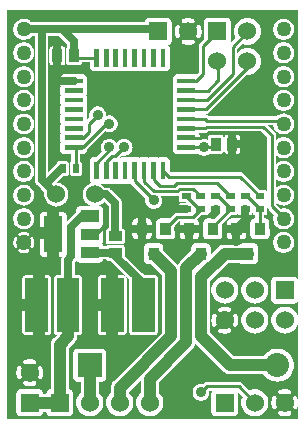
<source format=gbr>
G04 start of page 2 for group 0 idx 0 *
G04 Title: (unknown), Signal (front) *
G04 Creator: pcb 20110918 *
G04 CreationDate: Sun Sep 22 23:55:29 2013 UTC *
G04 For: mokus *
G04 Format: Gerber/RS-274X *
G04 PCB-Dimensions: 100000 140000 *
G04 PCB-Coordinate-Origin: lower left *
%MOIN*%
%FSLAX25Y25*%
%LNTOP*%
%ADD29C,0.0300*%
%ADD28C,0.0380*%
%ADD27C,0.0350*%
%ADD26C,0.0200*%
%ADD25C,0.0360*%
%ADD24R,0.0610X0.0610*%
%ADD23R,0.0370X0.0370*%
%ADD22R,0.0340X0.0340*%
%ADD21R,0.0216X0.0216*%
%ADD20R,0.0750X0.0750*%
%ADD19R,0.0157X0.0157*%
%ADD18R,0.0335X0.0335*%
%ADD17C,0.0500*%
%ADD16C,0.0800*%
%ADD15C,0.0600*%
%ADD14C,0.0400*%
%ADD13C,0.0100*%
%ADD12C,0.0250*%
%ADD11C,0.0001*%
G54D11*G36*
X28862Y74483D02*X28959Y74423D01*
X29541Y74182D01*
X29631Y74160D01*
X28862Y74159D01*
Y74483D01*
G37*
G36*
X76032Y99151D02*X86241D01*
X88314Y97078D01*
Y78794D01*
X88307Y78821D01*
X88247Y78967D01*
X88165Y79101D01*
X88063Y79221D01*
X87943Y79323D01*
X87809Y79405D01*
X87663Y79465D01*
X87510Y79502D01*
X87354Y79512D01*
X85921Y79507D01*
X80486Y84942D01*
X80448Y84987D01*
X80268Y85140D01*
X80067Y85264D01*
X79849Y85354D01*
X79619Y85409D01*
X79619Y85409D01*
X79384Y85428D01*
X79325Y85423D01*
X76032D01*
Y91568D01*
X78475Y91574D01*
X78628Y91611D01*
X78773Y91671D01*
X78908Y91753D01*
X79027Y91856D01*
X79130Y91975D01*
X79212Y92110D01*
X79272Y92255D01*
X79309Y92408D01*
X79318Y92565D01*
X79309Y97052D01*
X79272Y97205D01*
X79212Y97350D01*
X79130Y97485D01*
X79027Y97604D01*
X78908Y97707D01*
X78773Y97789D01*
X78628Y97849D01*
X78475Y97886D01*
X78318Y97895D01*
X76032Y97889D01*
Y99151D01*
G37*
G36*
X97772Y139356D02*X98670D01*
Y3235D01*
X97772D01*
Y6469D01*
X97815Y6476D01*
X97927Y6513D01*
X98032Y6568D01*
X98127Y6638D01*
X98210Y6722D01*
X98278Y6818D01*
X98329Y6924D01*
X98477Y7332D01*
X98581Y7753D01*
X98643Y8183D01*
X98664Y8616D01*
X98643Y9049D01*
X98581Y9479D01*
X98477Y9900D01*
X98334Y10310D01*
X98281Y10416D01*
X98212Y10512D01*
X98129Y10597D01*
X98034Y10667D01*
X97928Y10722D01*
X97816Y10759D01*
X97772Y10767D01*
Y33418D01*
X97811Y33463D01*
X98181Y34067D01*
X98452Y34721D01*
X98617Y35410D01*
X98659Y36116D01*
X98617Y36822D01*
X98452Y37511D01*
X98181Y38165D01*
X97811Y38769D01*
X97772Y38814D01*
Y41746D01*
X97842Y41775D01*
X98043Y41899D01*
X98223Y42052D01*
X98376Y42232D01*
X98500Y42433D01*
X98590Y42651D01*
X98645Y42881D01*
X98659Y43116D01*
X98645Y49351D01*
X98590Y49581D01*
X98500Y49799D01*
X98376Y50000D01*
X98223Y50180D01*
X98043Y50333D01*
X97842Y50457D01*
X97772Y50486D01*
Y139356D01*
G37*
G36*
Y38814D02*X97351Y39308D01*
X96812Y39768D01*
X96208Y40138D01*
X95554Y40409D01*
X94865Y40574D01*
X94161Y40630D01*
Y41623D01*
X97394Y41630D01*
X97624Y41685D01*
X97772Y41746D01*
Y38814D01*
G37*
G36*
Y3235D02*X94161D01*
Y4111D01*
X94592Y4132D01*
X95022Y4194D01*
X95443Y4298D01*
X95853Y4441D01*
X95959Y4494D01*
X96055Y4563D01*
X96140Y4646D01*
X96210Y4741D01*
X96265Y4847D01*
X96302Y4959D01*
X96322Y5076D01*
X96323Y5195D01*
X96305Y5312D01*
X96269Y5425D01*
X96216Y5531D01*
X96147Y5628D01*
X96064Y5712D01*
X95968Y5783D01*
X95863Y5837D01*
X95751Y5875D01*
X95634Y5894D01*
X95515Y5895D01*
X95398Y5877D01*
X95285Y5839D01*
X95014Y5740D01*
X94734Y5672D01*
X94448Y5630D01*
X94161Y5616D01*
Y11616D01*
X94448Y11602D01*
X94734Y11560D01*
X95014Y11492D01*
X95287Y11396D01*
X95398Y11358D01*
X95515Y11341D01*
X95633Y11341D01*
X95750Y11361D01*
X95862Y11398D01*
X95966Y11452D01*
X96061Y11522D01*
X96144Y11607D01*
X96213Y11703D01*
X96266Y11808D01*
X96302Y11921D01*
X96319Y12037D01*
X96318Y12155D01*
X96299Y12272D01*
X96262Y12384D01*
X96207Y12489D01*
X96137Y12584D01*
X96053Y12667D01*
X95957Y12735D01*
X95851Y12786D01*
X95443Y12934D01*
X95022Y13038D01*
X94592Y13100D01*
X94161Y13121D01*
Y16199D01*
X94164Y16200D01*
X94902Y16653D01*
X95560Y17215D01*
X96122Y17873D01*
X96575Y18611D01*
X96906Y19411D01*
X97108Y20253D01*
X97159Y21116D01*
X97108Y21979D01*
X96906Y22821D01*
X96575Y23621D01*
X96122Y24359D01*
X95560Y25017D01*
X94902Y25579D01*
X94164Y26032D01*
X94161Y26033D01*
Y31602D01*
X94865Y31658D01*
X95554Y31823D01*
X96208Y32094D01*
X96812Y32464D01*
X97351Y32924D01*
X97772Y33418D01*
Y10767D01*
X97699Y10779D01*
X97580Y10780D01*
X97463Y10762D01*
X97350Y10726D01*
X97244Y10673D01*
X97147Y10604D01*
X97063Y10521D01*
X96992Y10425D01*
X96938Y10320D01*
X96900Y10208D01*
X96881Y10091D01*
X96880Y9972D01*
X96898Y9855D01*
X96936Y9742D01*
X97035Y9471D01*
X97103Y9191D01*
X97145Y8905D01*
X97159Y8616D01*
X97145Y8327D01*
X97103Y8041D01*
X97035Y7761D01*
X96939Y7488D01*
X96901Y7377D01*
X96884Y7260D01*
X96884Y7142D01*
X96904Y7025D01*
X96941Y6913D01*
X96995Y6809D01*
X97065Y6714D01*
X97150Y6631D01*
X97246Y6562D01*
X97351Y6509D01*
X97464Y6473D01*
X97580Y6456D01*
X97698Y6457D01*
X97772Y6469D01*
Y3235D01*
G37*
G36*
X94161Y139356D02*X97772D01*
Y50486D01*
X97624Y50547D01*
X97394Y50602D01*
X97159Y50616D01*
X94161Y50609D01*
Y58537D01*
X94308Y58548D01*
X94844Y58677D01*
X95353Y58888D01*
X95823Y59176D01*
X96242Y59533D01*
X96599Y59952D01*
X96887Y60422D01*
X97098Y60931D01*
X97227Y61467D01*
X97259Y62016D01*
X97227Y62565D01*
X97098Y63101D01*
X96887Y63610D01*
X96599Y64080D01*
X96242Y64499D01*
X95823Y64856D01*
X95353Y65144D01*
X94844Y65355D01*
X94308Y65484D01*
X94161Y65495D01*
Y66437D01*
X94308Y66448D01*
X94844Y66577D01*
X95353Y66788D01*
X95823Y67076D01*
X96242Y67433D01*
X96599Y67852D01*
X96887Y68322D01*
X97098Y68831D01*
X97227Y69367D01*
X97259Y69916D01*
X97227Y70465D01*
X97098Y71001D01*
X96887Y71510D01*
X96599Y71980D01*
X96242Y72399D01*
X95823Y72756D01*
X95353Y73044D01*
X94844Y73255D01*
X94308Y73384D01*
X94161Y73395D01*
Y74337D01*
X94308Y74348D01*
X94844Y74477D01*
X95353Y74688D01*
X95823Y74976D01*
X96242Y75333D01*
X96599Y75752D01*
X96887Y76222D01*
X97098Y76731D01*
X97227Y77267D01*
X97259Y77816D01*
X97227Y78365D01*
X97098Y78901D01*
X96887Y79410D01*
X96599Y79880D01*
X96242Y80299D01*
X95823Y80656D01*
X95353Y80944D01*
X94844Y81155D01*
X94308Y81284D01*
X94161Y81295D01*
Y82237D01*
X94308Y82248D01*
X94844Y82377D01*
X95353Y82588D01*
X95823Y82876D01*
X96242Y83233D01*
X96599Y83652D01*
X96887Y84122D01*
X97098Y84631D01*
X97227Y85167D01*
X97259Y85716D01*
X97227Y86265D01*
X97098Y86801D01*
X96887Y87310D01*
X96599Y87780D01*
X96242Y88199D01*
X95823Y88556D01*
X95353Y88844D01*
X94844Y89055D01*
X94308Y89184D01*
X94161Y89195D01*
Y90137D01*
X94308Y90148D01*
X94844Y90277D01*
X95353Y90488D01*
X95823Y90776D01*
X96242Y91133D01*
X96599Y91552D01*
X96887Y92022D01*
X97098Y92531D01*
X97227Y93067D01*
X97259Y93616D01*
X97227Y94165D01*
X97098Y94701D01*
X96887Y95210D01*
X96599Y95680D01*
X96242Y96099D01*
X95823Y96456D01*
X95353Y96744D01*
X94844Y96955D01*
X94308Y97084D01*
X94161Y97095D01*
Y98037D01*
X94308Y98048D01*
X94844Y98177D01*
X95353Y98388D01*
X95823Y98676D01*
X96242Y99033D01*
X96599Y99452D01*
X96887Y99922D01*
X97098Y100431D01*
X97227Y100967D01*
X97259Y101516D01*
X97227Y102065D01*
X97098Y102601D01*
X96887Y103110D01*
X96599Y103580D01*
X96242Y103999D01*
X95823Y104356D01*
X95353Y104644D01*
X94844Y104855D01*
X94308Y104984D01*
X94161Y104995D01*
Y105937D01*
X94308Y105948D01*
X94844Y106077D01*
X95353Y106288D01*
X95823Y106576D01*
X96242Y106933D01*
X96599Y107352D01*
X96887Y107822D01*
X97098Y108331D01*
X97227Y108867D01*
X97259Y109416D01*
X97227Y109965D01*
X97098Y110501D01*
X96887Y111010D01*
X96599Y111480D01*
X96242Y111899D01*
X95823Y112256D01*
X95353Y112544D01*
X94844Y112755D01*
X94308Y112884D01*
X94161Y112895D01*
Y113837D01*
X94308Y113848D01*
X94844Y113977D01*
X95353Y114188D01*
X95823Y114476D01*
X96242Y114833D01*
X96599Y115252D01*
X96887Y115722D01*
X97098Y116231D01*
X97227Y116767D01*
X97259Y117316D01*
X97227Y117865D01*
X97098Y118401D01*
X96887Y118910D01*
X96599Y119380D01*
X96242Y119799D01*
X95823Y120156D01*
X95353Y120444D01*
X94844Y120655D01*
X94308Y120784D01*
X94161Y120795D01*
Y121737D01*
X94308Y121748D01*
X94844Y121877D01*
X95353Y122088D01*
X95823Y122376D01*
X96242Y122733D01*
X96599Y123152D01*
X96887Y123622D01*
X97098Y124131D01*
X97227Y124667D01*
X97259Y125216D01*
X97227Y125765D01*
X97098Y126301D01*
X96887Y126810D01*
X96599Y127280D01*
X96242Y127699D01*
X95823Y128056D01*
X95353Y128344D01*
X94844Y128555D01*
X94308Y128684D01*
X94161Y128695D01*
Y129637D01*
X94308Y129648D01*
X94844Y129777D01*
X95353Y129988D01*
X95823Y130276D01*
X96242Y130633D01*
X96599Y131052D01*
X96887Y131522D01*
X97098Y132031D01*
X97227Y132567D01*
X97259Y133116D01*
X97227Y133665D01*
X97098Y134201D01*
X96887Y134710D01*
X96599Y135180D01*
X96242Y135599D01*
X95823Y135956D01*
X95353Y136244D01*
X94844Y136455D01*
X94308Y136584D01*
X94161Y136595D01*
Y139356D01*
G37*
G36*
Y97095D02*X93759Y97127D01*
X93210Y97084D01*
X92674Y96955D01*
X92165Y96744D01*
X91695Y96456D01*
X91314Y96131D01*
Y97640D01*
X91319Y97699D01*
X91300Y97934D01*
X91245Y98164D01*
X91155Y98382D01*
X91031Y98583D01*
X90878Y98763D01*
X90833Y98801D01*
X88515Y101119D01*
X90279D01*
X90291Y100967D01*
X90420Y100431D01*
X90631Y99922D01*
X90919Y99452D01*
X91276Y99033D01*
X91695Y98676D01*
X92165Y98388D01*
X92674Y98177D01*
X93210Y98048D01*
X93759Y98005D01*
X94161Y98037D01*
Y97095D01*
G37*
G36*
Y89195D02*X93759Y89227D01*
X93210Y89184D01*
X92674Y89055D01*
X92165Y88844D01*
X91695Y88556D01*
X91314Y88231D01*
Y91101D01*
X91695Y90776D01*
X92165Y90488D01*
X92674Y90277D01*
X93210Y90148D01*
X93759Y90105D01*
X94161Y90137D01*
Y89195D01*
G37*
G36*
Y81295D02*X93759Y81327D01*
X93210Y81284D01*
X92674Y81155D01*
X92165Y80944D01*
X91695Y80656D01*
X91314Y80331D01*
Y83201D01*
X91695Y82876D01*
X92165Y82588D01*
X92674Y82377D01*
X93210Y82248D01*
X93759Y82205D01*
X94161Y82237D01*
Y81295D01*
G37*
G36*
Y73395D02*X93759Y73427D01*
X93210Y73384D01*
X92746Y73272D01*
X91314Y74704D01*
Y75301D01*
X91695Y74976D01*
X92165Y74688D01*
X92674Y74477D01*
X93210Y74348D01*
X93759Y74305D01*
X94161Y74337D01*
Y73395D01*
G37*
G36*
X84152Y71048D02*X84246Y71026D01*
X84362Y71019D01*
Y70001D01*
X84152Y70000D01*
Y71048D01*
G37*
G36*
X94161Y26033D02*X93364Y26363D01*
X92522Y26565D01*
X91659Y26633D01*
X90796Y26565D01*
X89954Y26363D01*
X89154Y26032D01*
X88416Y25579D01*
X87758Y25017D01*
X87196Y24359D01*
X87047Y24116D01*
X84152D01*
Y31603D01*
X84159Y31602D01*
X84865Y31658D01*
X85554Y31823D01*
X86208Y32094D01*
X86812Y32464D01*
X87351Y32924D01*
X87811Y33463D01*
X88181Y34067D01*
X88452Y34721D01*
X88617Y35410D01*
X88659Y36116D01*
X88617Y36822D01*
X88452Y37511D01*
X88181Y38165D01*
X87811Y38769D01*
X87351Y39308D01*
X86812Y39768D01*
X86208Y40138D01*
X85554Y40409D01*
X84865Y40574D01*
X84159Y40630D01*
X84152Y40629D01*
Y41603D01*
X84159Y41602D01*
X84865Y41658D01*
X85554Y41823D01*
X86208Y42094D01*
X86812Y42464D01*
X87351Y42924D01*
X87811Y43463D01*
X88181Y44067D01*
X88452Y44721D01*
X88617Y45410D01*
X88659Y46116D01*
X88617Y46822D01*
X88452Y47511D01*
X88181Y48165D01*
X87811Y48769D01*
X87351Y49308D01*
X86812Y49768D01*
X86208Y50138D01*
X85554Y50409D01*
X84865Y50574D01*
X84159Y50630D01*
X84152Y50629D01*
Y54892D01*
X84345Y54972D01*
X84546Y55096D01*
X84726Y55249D01*
X84879Y55429D01*
X85003Y55630D01*
X85093Y55848D01*
X85148Y56078D01*
X85162Y56313D01*
X85148Y60548D01*
X85093Y60778D01*
X85003Y60996D01*
X84879Y61197D01*
X84726Y61377D01*
X84546Y61530D01*
X84345Y61654D01*
X84152Y61734D01*
Y63014D01*
X84162Y63013D01*
X87797Y63027D01*
X88027Y63082D01*
X88245Y63172D01*
X88446Y63296D01*
X88626Y63449D01*
X88779Y63629D01*
X88903Y63830D01*
X88993Y64048D01*
X89048Y64278D01*
X89062Y64513D01*
X89048Y68748D01*
X88993Y68978D01*
X88903Y69196D01*
X88779Y69397D01*
X88626Y69577D01*
X88446Y69730D01*
X88245Y69854D01*
X88027Y69944D01*
X87797Y69999D01*
X87562Y70013D01*
X87362Y70012D01*
Y71025D01*
X87510Y71026D01*
X87663Y71063D01*
X87809Y71123D01*
X87943Y71205D01*
X88063Y71307D01*
X88165Y71427D01*
X88247Y71561D01*
X88307Y71707D01*
X88344Y71860D01*
X88354Y72016D01*
X88347Y73770D01*
X88383Y73618D01*
X88473Y73400D01*
X88597Y73199D01*
X88597Y73198D01*
X88750Y73019D01*
X88795Y72981D01*
X90524Y71252D01*
X90420Y71001D01*
X90291Y70465D01*
X90248Y69916D01*
X90291Y69367D01*
X90420Y68831D01*
X90631Y68322D01*
X90919Y67852D01*
X91276Y67433D01*
X91695Y67076D01*
X92165Y66788D01*
X92674Y66577D01*
X93210Y66448D01*
X93759Y66405D01*
X94161Y66437D01*
Y65495D01*
X93759Y65527D01*
X93210Y65484D01*
X92674Y65355D01*
X92165Y65144D01*
X91695Y64856D01*
X91276Y64499D01*
X90919Y64080D01*
X90631Y63610D01*
X90420Y63101D01*
X90291Y62565D01*
X90248Y62016D01*
X90291Y61467D01*
X90420Y60931D01*
X90631Y60422D01*
X90919Y59952D01*
X91276Y59533D01*
X91695Y59176D01*
X92165Y58888D01*
X92674Y58677D01*
X93210Y58548D01*
X93759Y58505D01*
X94161Y58537D01*
Y50609D01*
X90924Y50602D01*
X90694Y50547D01*
X90476Y50457D01*
X90275Y50333D01*
X90095Y50180D01*
X89942Y50000D01*
X89818Y49799D01*
X89728Y49581D01*
X89673Y49351D01*
X89659Y49116D01*
X89673Y42881D01*
X89728Y42651D01*
X89818Y42433D01*
X89942Y42232D01*
X90095Y42052D01*
X90275Y41899D01*
X90476Y41775D01*
X90694Y41685D01*
X90924Y41630D01*
X91159Y41616D01*
X94161Y41623D01*
Y40630D01*
X94159Y40630D01*
X93453Y40574D01*
X92764Y40409D01*
X92110Y40138D01*
X91506Y39768D01*
X90967Y39308D01*
X90507Y38769D01*
X90137Y38165D01*
X89866Y37511D01*
X89701Y36822D01*
X89645Y36116D01*
X89701Y35410D01*
X89866Y34721D01*
X90137Y34067D01*
X90507Y33463D01*
X90967Y32924D01*
X91506Y32464D01*
X92110Y32094D01*
X92764Y31823D01*
X93453Y31658D01*
X94159Y31602D01*
X94161Y31602D01*
Y26033D01*
G37*
G36*
X84152Y61734D02*X84127Y61744D01*
X83897Y61799D01*
X83662Y61813D01*
X80027Y61799D01*
X79797Y61744D01*
X79579Y61654D01*
X79378Y61530D01*
X79198Y61377D01*
X79143Y61313D01*
X76032D01*
Y63050D01*
X76127Y63027D01*
X76362Y63013D01*
X79997Y63027D01*
X80227Y63082D01*
X80445Y63172D01*
X80646Y63296D01*
X80826Y63449D01*
X80979Y63629D01*
X81103Y63830D01*
X81193Y64048D01*
X81248Y64278D01*
X81262Y64513D01*
X81248Y68748D01*
X81193Y68978D01*
X81103Y69196D01*
X80979Y69397D01*
X80826Y69577D01*
X80646Y69730D01*
X80445Y69854D01*
X80227Y69944D01*
X79997Y69999D01*
X79762Y70013D01*
X76127Y69999D01*
X76032Y69976D01*
Y70972D01*
X76081Y71021D01*
X77670Y71026D01*
X77823Y71063D01*
X77969Y71123D01*
X78103Y71205D01*
X78223Y71307D01*
X78325Y71427D01*
X78407Y71561D01*
X78467Y71707D01*
X78498Y71834D01*
X78529Y71707D01*
X78589Y71561D01*
X78671Y71427D01*
X78773Y71307D01*
X78893Y71205D01*
X79027Y71123D01*
X79173Y71063D01*
X79326Y71026D01*
X79482Y71016D01*
X82590Y71026D01*
X82743Y71063D01*
X82889Y71123D01*
X83023Y71205D01*
X83143Y71307D01*
X83245Y71427D01*
X83327Y71561D01*
X83387Y71707D01*
X83418Y71834D01*
X83449Y71707D01*
X83509Y71561D01*
X83591Y71427D01*
X83693Y71307D01*
X83813Y71205D01*
X83947Y71123D01*
X84093Y71063D01*
X84152Y71048D01*
Y70000D01*
X83927Y69999D01*
X83697Y69944D01*
X83479Y69854D01*
X83278Y69730D01*
X83098Y69577D01*
X82945Y69397D01*
X82821Y69196D01*
X82731Y68978D01*
X82676Y68748D01*
X82662Y68513D01*
X82676Y64278D01*
X82731Y64048D01*
X82821Y63830D01*
X82945Y63629D01*
X83098Y63449D01*
X83278Y63296D01*
X83479Y63172D01*
X83697Y63082D01*
X83927Y63027D01*
X84152Y63014D01*
Y61734D01*
G37*
G36*
Y24116D02*X77772D01*
Y33969D01*
X77815Y33976D01*
X77927Y34013D01*
X78032Y34068D01*
X78127Y34138D01*
X78210Y34222D01*
X78278Y34318D01*
X78329Y34424D01*
X78477Y34832D01*
X78581Y35253D01*
X78643Y35683D01*
X78664Y36116D01*
X78643Y36549D01*
X78581Y36979D01*
X78477Y37400D01*
X78334Y37810D01*
X78281Y37916D01*
X78212Y38012D01*
X78129Y38097D01*
X78034Y38167D01*
X77928Y38222D01*
X77816Y38259D01*
X77772Y38267D01*
Y43418D01*
X77811Y43463D01*
X78181Y44067D01*
X78452Y44721D01*
X78617Y45410D01*
X78659Y46116D01*
X78617Y46822D01*
X78452Y47511D01*
X78181Y48165D01*
X77811Y48769D01*
X77772Y48814D01*
Y55313D01*
X79143D01*
X79198Y55249D01*
X79378Y55096D01*
X79579Y54972D01*
X79797Y54882D01*
X80027Y54827D01*
X80262Y54813D01*
X83897Y54827D01*
X84127Y54882D01*
X84152Y54892D01*
Y50629D01*
X83453Y50574D01*
X82764Y50409D01*
X82110Y50138D01*
X81506Y49768D01*
X80967Y49308D01*
X80507Y48769D01*
X80137Y48165D01*
X79866Y47511D01*
X79701Y46822D01*
X79645Y46116D01*
X79701Y45410D01*
X79866Y44721D01*
X80137Y44067D01*
X80507Y43463D01*
X80967Y42924D01*
X81506Y42464D01*
X82110Y42094D01*
X82764Y41823D01*
X83453Y41658D01*
X84152Y41603D01*
Y40629D01*
X83453Y40574D01*
X82764Y40409D01*
X82110Y40138D01*
X81506Y39768D01*
X80967Y39308D01*
X80507Y38769D01*
X80137Y38165D01*
X79866Y37511D01*
X79701Y36822D01*
X79645Y36116D01*
X79701Y35410D01*
X79866Y34721D01*
X80137Y34067D01*
X80507Y33463D01*
X80967Y32924D01*
X81506Y32464D01*
X82110Y32094D01*
X82764Y31823D01*
X83453Y31658D01*
X84152Y31603D01*
Y24116D01*
G37*
G36*
X77772Y48814D02*X77351Y49308D01*
X76812Y49768D01*
X76208Y50138D01*
X76032Y50211D01*
Y55313D01*
X77772D01*
Y48814D01*
G37*
G36*
Y24116D02*X77095D01*
X76032Y25178D01*
Y32046D01*
X76055Y32063D01*
X76140Y32146D01*
X76210Y32241D01*
X76265Y32347D01*
X76302Y32459D01*
X76322Y32576D01*
X76323Y32695D01*
X76305Y32812D01*
X76269Y32925D01*
X76216Y33031D01*
X76147Y33128D01*
X76064Y33212D01*
X76032Y33235D01*
Y39001D01*
X76061Y39022D01*
X76144Y39107D01*
X76213Y39203D01*
X76266Y39308D01*
X76302Y39421D01*
X76319Y39537D01*
X76318Y39655D01*
X76299Y39772D01*
X76262Y39884D01*
X76207Y39989D01*
X76137Y40084D01*
X76053Y40167D01*
X76032Y40182D01*
Y42021D01*
X76208Y42094D01*
X76812Y42464D01*
X77351Y42924D01*
X77772Y43418D01*
Y38267D01*
X77699Y38279D01*
X77580Y38280D01*
X77463Y38262D01*
X77350Y38226D01*
X77244Y38173D01*
X77147Y38104D01*
X77063Y38021D01*
X76992Y37925D01*
X76938Y37820D01*
X76900Y37708D01*
X76881Y37591D01*
X76880Y37472D01*
X76898Y37355D01*
X76936Y37242D01*
X77035Y36971D01*
X77103Y36691D01*
X77145Y36405D01*
X77159Y36116D01*
X77145Y35827D01*
X77103Y35541D01*
X77035Y35261D01*
X76939Y34988D01*
X76901Y34877D01*
X76884Y34760D01*
X76884Y34642D01*
X76904Y34525D01*
X76941Y34413D01*
X76995Y34309D01*
X77065Y34214D01*
X77150Y34131D01*
X77246Y34062D01*
X77351Y34009D01*
X77464Y33973D01*
X77580Y33956D01*
X77698Y33957D01*
X77772Y33969D01*
Y24116D01*
G37*
G36*
X94161Y3235D02*X90546D01*
Y6465D01*
X90619Y6453D01*
X90738Y6452D01*
X90855Y6470D01*
X90968Y6506D01*
X91074Y6559D01*
X91171Y6628D01*
X91255Y6711D01*
X91326Y6807D01*
X91380Y6912D01*
X91418Y7024D01*
X91437Y7141D01*
X91438Y7260D01*
X91420Y7377D01*
X91382Y7490D01*
X91283Y7761D01*
X91215Y8041D01*
X91173Y8327D01*
X91159Y8616D01*
X91173Y8905D01*
X91215Y9191D01*
X91283Y9471D01*
X91379Y9744D01*
X91417Y9855D01*
X91434Y9972D01*
X91434Y10090D01*
X91414Y10207D01*
X91377Y10319D01*
X91323Y10423D01*
X91253Y10518D01*
X91168Y10601D01*
X91072Y10670D01*
X90967Y10723D01*
X90854Y10759D01*
X90738Y10776D01*
X90620Y10775D01*
X90546Y10763D01*
Y15727D01*
X90796Y15667D01*
X91659Y15599D01*
X92522Y15667D01*
X93364Y15869D01*
X94161Y16199D01*
Y13121D01*
X94159Y13121D01*
X93726Y13100D01*
X93296Y13038D01*
X92875Y12934D01*
X92465Y12791D01*
X92359Y12738D01*
X92263Y12669D01*
X92178Y12586D01*
X92108Y12491D01*
X92053Y12385D01*
X92016Y12273D01*
X91996Y12156D01*
X91995Y12037D01*
X92013Y11920D01*
X92049Y11807D01*
X92102Y11701D01*
X92171Y11604D01*
X92254Y11520D01*
X92350Y11449D01*
X92455Y11395D01*
X92567Y11357D01*
X92684Y11338D01*
X92803Y11337D01*
X92920Y11355D01*
X93033Y11393D01*
X93304Y11492D01*
X93584Y11560D01*
X93870Y11602D01*
X94159Y11616D01*
X94161Y11616D01*
Y5616D01*
X94159Y5616D01*
X93870Y5630D01*
X93584Y5672D01*
X93304Y5740D01*
X93031Y5836D01*
X92920Y5874D01*
X92803Y5891D01*
X92685Y5891D01*
X92568Y5871D01*
X92456Y5834D01*
X92352Y5780D01*
X92257Y5710D01*
X92174Y5625D01*
X92105Y5529D01*
X92052Y5424D01*
X92016Y5311D01*
X91999Y5195D01*
X92000Y5077D01*
X92019Y4960D01*
X92056Y4848D01*
X92111Y4743D01*
X92181Y4648D01*
X92265Y4565D01*
X92361Y4497D01*
X92467Y4446D01*
X92875Y4298D01*
X93296Y4194D01*
X93726Y4132D01*
X94159Y4111D01*
X94161Y4111D01*
Y3235D01*
G37*
G36*
X90546D02*X76032D01*
Y4127D01*
X77394Y4130D01*
X77624Y4185D01*
X77842Y4275D01*
X78043Y4399D01*
X78223Y4552D01*
X78376Y4732D01*
X78500Y4933D01*
X78590Y5151D01*
X78645Y5381D01*
X78659Y5616D01*
X78645Y11851D01*
X78595Y12058D01*
X80094Y10560D01*
X79866Y10011D01*
X79701Y9322D01*
X79645Y8616D01*
X79701Y7910D01*
X79866Y7221D01*
X80137Y6567D01*
X80507Y5963D01*
X80967Y5424D01*
X81506Y4964D01*
X82110Y4594D01*
X82764Y4323D01*
X83453Y4158D01*
X84159Y4102D01*
X84865Y4158D01*
X85554Y4323D01*
X86208Y4594D01*
X86812Y4964D01*
X87351Y5424D01*
X87811Y5963D01*
X88181Y6567D01*
X88452Y7221D01*
X88617Y7910D01*
X88659Y8616D01*
X88617Y9322D01*
X88452Y10011D01*
X88181Y10665D01*
X87811Y11269D01*
X87351Y11808D01*
X86812Y12268D01*
X86208Y12638D01*
X85554Y12909D01*
X84865Y13074D01*
X84159Y13130D01*
X83453Y13074D01*
X82764Y12909D01*
X82215Y12681D01*
X79855Y15041D01*
X79817Y15086D01*
X79637Y15239D01*
X79436Y15363D01*
X79218Y15453D01*
X78988Y15508D01*
X78941Y15511D01*
X78754Y15526D01*
X78708Y15522D01*
X76032D01*
Y18116D01*
X87047D01*
X87196Y17873D01*
X87758Y17215D01*
X88416Y16653D01*
X89154Y16200D01*
X89954Y15869D01*
X90546Y15727D01*
Y10763D01*
X90503Y10756D01*
X90391Y10719D01*
X90286Y10664D01*
X90191Y10594D01*
X90108Y10510D01*
X90040Y10414D01*
X89989Y10308D01*
X89841Y9900D01*
X89737Y9479D01*
X89675Y9049D01*
X89654Y8616D01*
X89675Y8183D01*
X89737Y7753D01*
X89841Y7332D01*
X89984Y6922D01*
X90037Y6816D01*
X90106Y6720D01*
X90189Y6635D01*
X90284Y6565D01*
X90390Y6510D01*
X90502Y6473D01*
X90546Y6465D01*
Y3235D01*
G37*
G36*
X76032Y139356D02*X94161D01*
Y136595D01*
X93759Y136627D01*
X93210Y136584D01*
X92674Y136455D01*
X92165Y136244D01*
X91695Y135956D01*
X91276Y135599D01*
X90919Y135180D01*
X90631Y134710D01*
X90420Y134201D01*
X90291Y133665D01*
X90248Y133116D01*
X90291Y132567D01*
X90420Y132031D01*
X90631Y131522D01*
X90919Y131052D01*
X91276Y130633D01*
X91695Y130276D01*
X92165Y129988D01*
X92674Y129777D01*
X93210Y129648D01*
X93759Y129605D01*
X94161Y129637D01*
Y128695D01*
X93759Y128727D01*
X93210Y128684D01*
X92674Y128555D01*
X92165Y128344D01*
X91695Y128056D01*
X91276Y127699D01*
X90919Y127280D01*
X90631Y126810D01*
X90420Y126301D01*
X90291Y125765D01*
X90248Y125216D01*
X90291Y124667D01*
X90420Y124131D01*
X90631Y123622D01*
X90919Y123152D01*
X91276Y122733D01*
X91695Y122376D01*
X92165Y122088D01*
X92674Y121877D01*
X93210Y121748D01*
X93759Y121705D01*
X94161Y121737D01*
Y120795D01*
X93759Y120827D01*
X93210Y120784D01*
X92674Y120655D01*
X92165Y120444D01*
X91695Y120156D01*
X91276Y119799D01*
X90919Y119380D01*
X90631Y118910D01*
X90420Y118401D01*
X90291Y117865D01*
X90248Y117316D01*
X90291Y116767D01*
X90420Y116231D01*
X90631Y115722D01*
X90919Y115252D01*
X91276Y114833D01*
X91695Y114476D01*
X92165Y114188D01*
X92674Y113977D01*
X93210Y113848D01*
X93759Y113805D01*
X94161Y113837D01*
Y112895D01*
X93759Y112927D01*
X93210Y112884D01*
X92674Y112755D01*
X92165Y112544D01*
X91695Y112256D01*
X91276Y111899D01*
X90919Y111480D01*
X90631Y111010D01*
X90420Y110501D01*
X90291Y109965D01*
X90248Y109416D01*
X90291Y108867D01*
X90420Y108331D01*
X90631Y107822D01*
X90919Y107352D01*
X91276Y106933D01*
X91695Y106576D01*
X92165Y106288D01*
X92674Y106077D01*
X93210Y105948D01*
X93759Y105905D01*
X94161Y105937D01*
Y104995D01*
X93759Y105027D01*
X93210Y104984D01*
X92674Y104855D01*
X92165Y104644D01*
X91695Y104356D01*
X91418Y104119D01*
X76032D01*
Y112481D01*
X81392Y117840D01*
X81710Y117815D01*
X82416Y117871D01*
X83105Y118036D01*
X83759Y118307D01*
X84363Y118677D01*
X84902Y119137D01*
X85362Y119676D01*
X85732Y120280D01*
X86003Y120934D01*
X86168Y121623D01*
X86210Y122329D01*
X86168Y123035D01*
X86003Y123724D01*
X85732Y124378D01*
X85362Y124982D01*
X84902Y125521D01*
X84363Y125981D01*
X83759Y126351D01*
X83105Y126622D01*
X82416Y126787D01*
X81710Y126843D01*
X81004Y126787D01*
X80315Y126622D01*
X79661Y126351D01*
X79057Y125981D01*
X78518Y125521D01*
X78330Y125300D01*
Y126589D01*
X79935Y128194D01*
X80315Y128036D01*
X81004Y127871D01*
X81710Y127815D01*
X82416Y127871D01*
X83105Y128036D01*
X83759Y128307D01*
X84363Y128677D01*
X84902Y129137D01*
X85362Y129676D01*
X85732Y130280D01*
X86003Y130934D01*
X86168Y131623D01*
X86210Y132329D01*
X86168Y133035D01*
X86003Y133724D01*
X85732Y134378D01*
X85362Y134982D01*
X84902Y135521D01*
X84363Y135981D01*
X83759Y136351D01*
X83105Y136622D01*
X82416Y136787D01*
X81710Y136843D01*
X81004Y136787D01*
X80315Y136622D01*
X79661Y136351D01*
X79057Y135981D01*
X78518Y135521D01*
X78058Y134982D01*
X77688Y134378D01*
X77417Y133724D01*
X77252Y133035D01*
X77196Y132329D01*
X77252Y131623D01*
X77417Y130934D01*
X77688Y130280D01*
X77722Y130224D01*
X76032Y128534D01*
Y128616D01*
X76051Y128646D01*
X76141Y128864D01*
X76196Y129094D01*
X76210Y129329D01*
X76196Y135564D01*
X76141Y135794D01*
X76051Y136012D01*
X76032Y136042D01*
Y139356D01*
G37*
G36*
X70546Y50556D02*X75303Y55313D01*
X76032D01*
Y50211D01*
X75554Y50409D01*
X74865Y50574D01*
X74159Y50630D01*
X73453Y50574D01*
X72764Y50409D01*
X72110Y50138D01*
X71506Y49768D01*
X70967Y49308D01*
X70546Y48814D01*
Y50556D01*
G37*
G36*
X76032Y25178D02*X70546Y30665D01*
Y33965D01*
X70619Y33953D01*
X70738Y33952D01*
X70855Y33970D01*
X70968Y34006D01*
X71074Y34059D01*
X71171Y34128D01*
X71255Y34211D01*
X71326Y34307D01*
X71380Y34412D01*
X71418Y34524D01*
X71437Y34641D01*
X71438Y34760D01*
X71420Y34877D01*
X71382Y34990D01*
X71283Y35261D01*
X71215Y35541D01*
X71173Y35827D01*
X71159Y36116D01*
X71173Y36405D01*
X71215Y36691D01*
X71283Y36971D01*
X71379Y37244D01*
X71417Y37355D01*
X71434Y37472D01*
X71434Y37590D01*
X71414Y37707D01*
X71377Y37819D01*
X71323Y37923D01*
X71253Y38018D01*
X71168Y38101D01*
X71072Y38170D01*
X70967Y38223D01*
X70854Y38259D01*
X70738Y38276D01*
X70620Y38275D01*
X70546Y38263D01*
Y43418D01*
X70967Y42924D01*
X71506Y42464D01*
X72110Y42094D01*
X72764Y41823D01*
X73453Y41658D01*
X74159Y41602D01*
X74865Y41658D01*
X75554Y41823D01*
X76032Y42021D01*
Y40182D01*
X75957Y40235D01*
X75851Y40286D01*
X75443Y40434D01*
X75022Y40538D01*
X74592Y40600D01*
X74159Y40621D01*
X73726Y40600D01*
X73296Y40538D01*
X72875Y40434D01*
X72465Y40291D01*
X72359Y40238D01*
X72263Y40169D01*
X72178Y40086D01*
X72108Y39991D01*
X72053Y39885D01*
X72016Y39773D01*
X71996Y39656D01*
X71995Y39537D01*
X72013Y39420D01*
X72049Y39307D01*
X72102Y39201D01*
X72171Y39104D01*
X72254Y39020D01*
X72350Y38949D01*
X72455Y38895D01*
X72567Y38857D01*
X72684Y38838D01*
X72803Y38837D01*
X72920Y38855D01*
X73033Y38893D01*
X73304Y38992D01*
X73584Y39060D01*
X73870Y39102D01*
X74159Y39116D01*
X74448Y39102D01*
X74734Y39060D01*
X75014Y38992D01*
X75287Y38896D01*
X75398Y38858D01*
X75515Y38841D01*
X75633Y38841D01*
X75750Y38861D01*
X75862Y38898D01*
X75966Y38952D01*
X76032Y39001D01*
Y33235D01*
X75968Y33283D01*
X75863Y33337D01*
X75751Y33375D01*
X75634Y33394D01*
X75515Y33395D01*
X75398Y33377D01*
X75285Y33339D01*
X75014Y33240D01*
X74734Y33172D01*
X74448Y33130D01*
X74159Y33116D01*
X73870Y33130D01*
X73584Y33172D01*
X73304Y33240D01*
X73031Y33336D01*
X72920Y33374D01*
X72803Y33391D01*
X72685Y33391D01*
X72568Y33371D01*
X72456Y33334D01*
X72352Y33280D01*
X72257Y33210D01*
X72174Y33125D01*
X72105Y33029D01*
X72052Y32924D01*
X72016Y32811D01*
X71999Y32695D01*
X72000Y32577D01*
X72019Y32460D01*
X72056Y32348D01*
X72111Y32243D01*
X72181Y32148D01*
X72265Y32065D01*
X72361Y31997D01*
X72467Y31946D01*
X72875Y31798D01*
X73296Y31694D01*
X73726Y31632D01*
X74159Y31611D01*
X74592Y31632D01*
X75022Y31694D01*
X75443Y31798D01*
X75853Y31941D01*
X75959Y31994D01*
X76032Y32046D01*
Y25178D01*
G37*
G36*
X70546Y30665D02*X69214Y31997D01*
Y49224D01*
X70546Y50556D01*
Y48814D01*
X70507Y48769D01*
X70137Y48165D01*
X69866Y47511D01*
X69701Y46822D01*
X69645Y46116D01*
X69701Y45410D01*
X69866Y44721D01*
X70137Y44067D01*
X70507Y43463D01*
X70546Y43418D01*
Y38263D01*
X70503Y38256D01*
X70391Y38219D01*
X70286Y38164D01*
X70191Y38094D01*
X70108Y38010D01*
X70040Y37914D01*
X69989Y37808D01*
X69841Y37400D01*
X69737Y36979D01*
X69675Y36549D01*
X69654Y36116D01*
X69675Y35683D01*
X69737Y35253D01*
X69841Y34832D01*
X69984Y34422D01*
X70037Y34316D01*
X70106Y34220D01*
X70189Y34135D01*
X70284Y34065D01*
X70390Y34010D01*
X70502Y33973D01*
X70546Y33965D01*
Y30665D01*
G37*
G36*
X76032Y128534D02*X75834Y128335D01*
X75927Y128445D01*
X76032Y128616D01*
Y128534D01*
G37*
G36*
Y104119D02*X68787D01*
X68693Y104213D01*
X68655Y104258D01*
X68475Y104411D01*
X68274Y104535D01*
X68056Y104625D01*
X67826Y104680D01*
X67591Y104699D01*
X67532Y104694D01*
X65615D01*
X65569Y104769D01*
X65615Y104844D01*
X67715D01*
X67774Y104839D01*
X68009Y104858D01*
X68009Y104858D01*
X68239Y104913D01*
X68457Y105003D01*
X68658Y105127D01*
X68838Y105280D01*
X68876Y105325D01*
X76032Y112481D01*
Y104119D01*
G37*
G36*
X46566Y31170D02*X50966Y31175D01*
X51119Y31212D01*
X51264Y31272D01*
X51399Y31354D01*
X51518Y31457D01*
X51621Y31576D01*
X51703Y31711D01*
X51763Y31856D01*
X51800Y32009D01*
X51809Y32166D01*
X51800Y50223D01*
X51763Y50376D01*
X51703Y50521D01*
X51621Y50656D01*
X51518Y50775D01*
X51399Y50878D01*
X51264Y50960D01*
X51119Y51020D01*
X50966Y51057D01*
X50809Y51066D01*
X47395Y51062D01*
X46566Y51891D01*
Y63020D01*
X48501Y63027D01*
X48731Y63082D01*
X48949Y63172D01*
X49150Y63296D01*
X49330Y63449D01*
X49483Y63629D01*
X49607Y63830D01*
X49697Y64048D01*
X49752Y64278D01*
X49766Y64513D01*
X49752Y68748D01*
X49697Y68978D01*
X49607Y69196D01*
X49483Y69397D01*
X49330Y69577D01*
X49150Y69730D01*
X48949Y69854D01*
X48731Y69944D01*
X48501Y69999D01*
X48266Y70013D01*
X46566Y70007D01*
Y77808D01*
X47733Y76640D01*
X47692Y76468D01*
X47657Y76029D01*
X47692Y75590D01*
X47795Y75161D01*
X47963Y74754D01*
X48194Y74378D01*
X48480Y74043D01*
X48815Y73757D01*
X49191Y73526D01*
X49598Y73358D01*
X50027Y73255D01*
X50466Y73220D01*
X50905Y73255D01*
X51334Y73358D01*
X51741Y73526D01*
X52117Y73757D01*
X52452Y74043D01*
X52738Y74378D01*
X52969Y74754D01*
X53137Y75161D01*
X53240Y75590D01*
X53266Y76029D01*
X53240Y76468D01*
X53137Y76897D01*
X52969Y77304D01*
X52847Y77503D01*
X58267D01*
X58326Y77498D01*
X58561Y77517D01*
X58561Y77517D01*
X58791Y77572D01*
X58806Y77578D01*
X58812Y76190D01*
X58849Y76037D01*
X58909Y75891D01*
X58991Y75757D01*
X59093Y75637D01*
X59213Y75535D01*
X59347Y75453D01*
X59493Y75393D01*
X59646Y75356D01*
X59802Y75346D01*
X61235Y75351D01*
X61408Y75177D01*
X59646Y75172D01*
X59493Y75135D01*
X59347Y75075D01*
X59213Y74993D01*
X59093Y74891D01*
X58991Y74771D01*
X58909Y74637D01*
X58849Y74491D01*
X58812Y74338D01*
X58802Y74182D01*
X58811Y72018D01*
X58430D01*
X58371Y72023D01*
X58136Y72004D01*
X57906Y71949D01*
X57688Y71859D01*
X57487Y71735D01*
X57486Y71735D01*
X57307Y71582D01*
X57269Y71537D01*
X55743Y70012D01*
X52431Y69999D01*
X52201Y69944D01*
X51983Y69854D01*
X51782Y69730D01*
X51602Y69577D01*
X51449Y69397D01*
X51325Y69196D01*
X51235Y68978D01*
X51180Y68748D01*
X51166Y68513D01*
X51180Y64278D01*
X51235Y64048D01*
X51325Y63830D01*
X51449Y63629D01*
X51602Y63449D01*
X51782Y63296D01*
X51983Y63172D01*
X52201Y63082D01*
X52431Y63027D01*
X52666Y63013D01*
X56301Y63027D01*
X56531Y63082D01*
X56749Y63172D01*
X56950Y63296D01*
X57130Y63449D01*
X57283Y63629D01*
X57407Y63830D01*
X57497Y64048D01*
X57552Y64278D01*
X57566Y64513D01*
X57556Y67582D01*
X58992Y69018D01*
X59200D01*
X59183Y68978D01*
X59128Y68748D01*
X59114Y68513D01*
X59128Y64278D01*
X59183Y64048D01*
X59273Y63830D01*
X59397Y63629D01*
X59550Y63449D01*
X59730Y63296D01*
X59931Y63172D01*
X60149Y63082D01*
X60379Y63027D01*
X60614Y63013D01*
X64249Y63027D01*
X64479Y63082D01*
X64697Y63172D01*
X64898Y63296D01*
X65078Y63449D01*
X65231Y63629D01*
X65355Y63830D01*
X65445Y64048D01*
X65500Y64278D01*
X65514Y64513D01*
X65500Y68748D01*
X65445Y68978D01*
X65355Y69196D01*
X65231Y69397D01*
X65078Y69577D01*
X64927Y69706D01*
X66241Y71021D01*
X67830Y71026D01*
X67983Y71063D01*
X68129Y71123D01*
X68263Y71205D01*
X68383Y71307D01*
X68485Y71427D01*
X68567Y71561D01*
X68627Y71707D01*
X68658Y71834D01*
X68689Y71707D01*
X68749Y71561D01*
X68831Y71427D01*
X68933Y71307D01*
X69053Y71205D01*
X69187Y71123D01*
X69333Y71063D01*
X69486Y71026D01*
X69642Y71016D01*
X71841Y71023D01*
X70827Y70009D01*
X68179Y69999D01*
X67949Y69944D01*
X67731Y69854D01*
X67530Y69730D01*
X67350Y69577D01*
X67197Y69397D01*
X67073Y69196D01*
X66983Y68978D01*
X66928Y68748D01*
X66914Y68513D01*
X66928Y64278D01*
X66983Y64048D01*
X67073Y63830D01*
X67197Y63629D01*
X67350Y63449D01*
X67530Y63296D01*
X67731Y63172D01*
X67949Y63082D01*
X68179Y63027D01*
X68414Y63013D01*
X72049Y63027D01*
X72279Y63082D01*
X72497Y63172D01*
X72698Y63296D01*
X72878Y63449D01*
X73031Y63629D01*
X73155Y63830D01*
X73245Y64048D01*
X73300Y64278D01*
X73314Y64513D01*
X73302Y68241D01*
X76032Y70972D01*
Y69976D01*
X75897Y69944D01*
X75679Y69854D01*
X75478Y69730D01*
X75298Y69577D01*
X75145Y69397D01*
X75021Y69196D01*
X74931Y68978D01*
X74876Y68748D01*
X74862Y68513D01*
X74876Y64278D01*
X74931Y64048D01*
X75021Y63830D01*
X75145Y63629D01*
X75298Y63449D01*
X75478Y63296D01*
X75679Y63172D01*
X75897Y63082D01*
X76032Y63050D01*
Y61313D01*
X74178D01*
X74060Y61322D01*
X73589Y61285D01*
X73130Y61175D01*
X72694Y60994D01*
X72291Y60748D01*
X72291Y60747D01*
X71932Y60441D01*
X71856Y60351D01*
X69409Y57904D01*
X69400Y60548D01*
X69345Y60778D01*
X69255Y60996D01*
X69131Y61197D01*
X68978Y61377D01*
X68798Y61530D01*
X68597Y61654D01*
X68379Y61744D01*
X68149Y61799D01*
X67914Y61813D01*
X64279Y61799D01*
X64049Y61744D01*
X63831Y61654D01*
X63630Y61530D01*
X63450Y61377D01*
X63297Y61197D01*
X63173Y60996D01*
X63083Y60778D01*
X63028Y60548D01*
X63014Y60313D01*
X63017Y59359D01*
X59240Y55581D01*
X59150Y55505D01*
X58843Y55146D01*
X58597Y54743D01*
X58506Y54525D01*
X58486Y54549D01*
X58396Y54625D01*
X53656Y59366D01*
X53652Y60548D01*
X53597Y60778D01*
X53507Y60996D01*
X53383Y61197D01*
X53230Y61377D01*
X53050Y61530D01*
X52849Y61654D01*
X52631Y61744D01*
X52401Y61799D01*
X52166Y61813D01*
X48531Y61799D01*
X48301Y61744D01*
X48083Y61654D01*
X47882Y61530D01*
X47702Y61377D01*
X47549Y61197D01*
X47425Y60996D01*
X47335Y60778D01*
X47280Y60548D01*
X47266Y60313D01*
X47280Y56078D01*
X47335Y55848D01*
X47425Y55630D01*
X47549Y55429D01*
X47702Y55249D01*
X47882Y55096D01*
X48083Y54972D01*
X48301Y54882D01*
X48531Y54827D01*
X48766Y54813D01*
X49720Y54817D01*
X53358Y51178D01*
Y31983D01*
X46566Y25191D01*
Y31170D01*
G37*
G36*
X76032Y3235D02*X46566D01*
Y4927D01*
X47110Y4594D01*
X47764Y4323D01*
X48453Y4158D01*
X49159Y4102D01*
X49865Y4158D01*
X50554Y4323D01*
X51208Y4594D01*
X51812Y4964D01*
X52351Y5424D01*
X52811Y5963D01*
X53181Y6567D01*
X53452Y7221D01*
X53617Y7910D01*
X53659Y8616D01*
X53617Y9322D01*
X53452Y10011D01*
X53181Y10665D01*
X52811Y11269D01*
X52351Y11808D01*
X52159Y11972D01*
Y15408D01*
X63316Y26566D01*
X63406Y26642D01*
X63671Y26953D01*
X63728Y27016D01*
X63974Y27419D01*
X64155Y27855D01*
X64265Y28314D01*
X64276Y28450D01*
X73648Y19078D01*
X73724Y18988D01*
X74083Y18681D01*
X74083Y18681D01*
X74486Y18435D01*
X74922Y18254D01*
X75292Y18165D01*
X75381Y18144D01*
X75381D01*
X75852Y18107D01*
X75970Y18116D01*
X76032D01*
Y15522D01*
X68242D01*
X68183Y15527D01*
X67948Y15508D01*
X67718Y15453D01*
X67500Y15363D01*
X67299Y15239D01*
X67298Y15239D01*
X67119Y15086D01*
X67081Y15041D01*
X66825Y14786D01*
X66653Y14827D01*
X66214Y14862D01*
X65775Y14827D01*
X65346Y14724D01*
X64939Y14556D01*
X64563Y14325D01*
X64228Y14039D01*
X63942Y13704D01*
X63711Y13328D01*
X63543Y12921D01*
X63440Y12492D01*
X63405Y12053D01*
X63440Y11614D01*
X63543Y11185D01*
X63711Y10778D01*
X63942Y10402D01*
X64228Y10067D01*
X64563Y9781D01*
X64939Y9550D01*
X65346Y9382D01*
X65775Y9279D01*
X66214Y9244D01*
X66653Y9279D01*
X67082Y9382D01*
X67489Y9550D01*
X67865Y9781D01*
X68200Y10067D01*
X68486Y10402D01*
X68717Y10778D01*
X68885Y11185D01*
X68988Y11614D01*
X69014Y12053D01*
X68988Y12492D01*
X68981Y12522D01*
X69960D01*
X69942Y12500D01*
X69818Y12299D01*
X69728Y12081D01*
X69673Y11851D01*
X69659Y11616D01*
X69673Y5381D01*
X69728Y5151D01*
X69818Y4933D01*
X69942Y4732D01*
X70095Y4552D01*
X70275Y4399D01*
X70476Y4275D01*
X70694Y4185D01*
X70924Y4130D01*
X71159Y4116D01*
X76032Y4127D01*
Y3235D01*
G37*
G36*
X46566Y51891D02*X40834Y57623D01*
X40827Y60341D01*
X40790Y60494D01*
X40730Y60639D01*
X40648Y60774D01*
X40545Y60893D01*
X40426Y60996D01*
X40291Y61078D01*
X40146Y61138D01*
X39993Y61175D01*
X39836Y61184D01*
X35349Y61175D01*
X35196Y61138D01*
X35051Y61078D01*
X34916Y60996D01*
X34797Y60893D01*
X34773Y60866D01*
X33656D01*
X33640Y60931D01*
X33550Y61149D01*
X33426Y61350D01*
X33273Y61530D01*
X33114Y61666D01*
X33273Y61802D01*
X33426Y61982D01*
X33550Y62183D01*
X33640Y62401D01*
X33695Y62631D01*
X33709Y62866D01*
X33695Y66801D01*
X33640Y67031D01*
X33550Y67249D01*
X33426Y67450D01*
X33273Y67630D01*
X33114Y67766D01*
X33273Y67902D01*
X33426Y68082D01*
X33550Y68283D01*
X33640Y68501D01*
X33695Y68731D01*
X33709Y68966D01*
X33695Y72901D01*
X33640Y73131D01*
X33550Y73349D01*
X33426Y73550D01*
X33273Y73730D01*
X33093Y73883D01*
X32892Y74007D01*
X32674Y74097D01*
X32444Y74152D01*
X32209Y74166D01*
X31952Y74165D01*
X32021Y74182D01*
X32603Y74423D01*
X33139Y74752D01*
X33618Y75161D01*
X33966Y75568D01*
X35421Y74113D01*
Y66685D01*
X35349Y66685D01*
X35196Y66648D01*
X35051Y66588D01*
X34916Y66506D01*
X34797Y66403D01*
X34694Y66284D01*
X34612Y66149D01*
X34552Y66004D01*
X34515Y65851D01*
X34506Y65694D01*
X34515Y62191D01*
X34552Y62038D01*
X34612Y61893D01*
X34694Y61758D01*
X34797Y61639D01*
X34916Y61536D01*
X35051Y61454D01*
X35196Y61394D01*
X35349Y61357D01*
X35506Y61348D01*
X39993Y61357D01*
X40146Y61394D01*
X40291Y61454D01*
X40426Y61536D01*
X40545Y61639D01*
X40648Y61758D01*
X40730Y61893D01*
X40790Y62038D01*
X40827Y62191D01*
X40836Y62348D01*
X40827Y65851D01*
X40790Y66004D01*
X40730Y66149D01*
X40648Y66284D01*
X40545Y66403D01*
X40426Y66506D01*
X40291Y66588D01*
X40146Y66648D01*
X39993Y66685D01*
X39921Y66689D01*
Y74957D01*
X39928Y75045D01*
X39900Y75398D01*
X39900Y75398D01*
X39817Y75742D01*
X39682Y76070D01*
X39497Y76372D01*
X39267Y76641D01*
X39200Y76698D01*
X36371Y79527D01*
X36314Y79594D01*
X36045Y79824D01*
X35743Y80009D01*
X35415Y80144D01*
X35071Y80227D01*
X35071Y80227D01*
X34718Y80255D01*
X34630Y80248D01*
X34093D01*
X34027Y80356D01*
X33618Y80835D01*
X33139Y81244D01*
X32659Y81539D01*
X32743Y81559D01*
X32961Y81649D01*
X33066Y81713D01*
X33170Y81649D01*
X33388Y81559D01*
X33618Y81504D01*
X33853Y81490D01*
X35662Y81504D01*
X35892Y81559D01*
X36110Y81649D01*
X36215Y81714D01*
X36320Y81649D01*
X36538Y81559D01*
X36768Y81504D01*
X37003Y81490D01*
X38812Y81504D01*
X39042Y81559D01*
X39260Y81649D01*
X39364Y81713D01*
X39469Y81649D01*
X39687Y81559D01*
X39917Y81504D01*
X40152Y81490D01*
X41961Y81504D01*
X42191Y81559D01*
X42409Y81649D01*
X42514Y81714D01*
X42619Y81649D01*
X42837Y81559D01*
X42851Y81556D01*
X42872Y81522D01*
X43025Y81342D01*
X43070Y81304D01*
X46566Y77808D01*
Y70007D01*
X44631Y69999D01*
X44401Y69944D01*
X44183Y69854D01*
X43982Y69730D01*
X43802Y69577D01*
X43649Y69397D01*
X43525Y69196D01*
X43435Y68978D01*
X43380Y68748D01*
X43366Y68513D01*
X43380Y64278D01*
X43435Y64048D01*
X43525Y63830D01*
X43649Y63629D01*
X43802Y63449D01*
X43982Y63296D01*
X44183Y63172D01*
X44401Y63082D01*
X44631Y63027D01*
X44866Y63013D01*
X46566Y63020D01*
Y51891D01*
G37*
G36*
X36659Y55434D02*X42309Y49784D01*
X42318Y32009D01*
X42355Y31856D01*
X42415Y31711D01*
X42497Y31576D01*
X42600Y31457D01*
X42719Y31354D01*
X42854Y31272D01*
X42999Y31212D01*
X43152Y31175D01*
X43309Y31166D01*
X46566Y31170D01*
Y25191D01*
X37121Y15745D01*
X37031Y15669D01*
X36724Y15310D01*
X36659Y15203D01*
Y31171D01*
X40566Y31175D01*
X40719Y31212D01*
X40864Y31272D01*
X40999Y31354D01*
X41118Y31457D01*
X41221Y31576D01*
X41303Y31711D01*
X41363Y31856D01*
X41400Y32009D01*
X41409Y32166D01*
X41400Y50223D01*
X41363Y50376D01*
X41303Y50521D01*
X41221Y50656D01*
X41118Y50775D01*
X40999Y50878D01*
X40864Y50960D01*
X40719Y51020D01*
X40566Y51057D01*
X40409Y51066D01*
X36659Y51061D01*
Y55434D01*
G37*
G36*
X46566Y3235D02*X36659D01*
Y4870D01*
X37110Y4594D01*
X37764Y4323D01*
X38453Y4158D01*
X39159Y4102D01*
X39865Y4158D01*
X40554Y4323D01*
X41208Y4594D01*
X41812Y4964D01*
X42351Y5424D01*
X42811Y5963D01*
X43181Y6567D01*
X43452Y7221D01*
X43617Y7910D01*
X43659Y8616D01*
X43617Y9322D01*
X43452Y10011D01*
X43181Y10665D01*
X42811Y11269D01*
X42351Y11808D01*
X42159Y11972D01*
Y12298D01*
X46159Y16298D01*
Y11972D01*
X45967Y11808D01*
X45507Y11269D01*
X45137Y10665D01*
X44866Y10011D01*
X44701Y9322D01*
X44645Y8616D01*
X44701Y7910D01*
X44866Y7221D01*
X45137Y6567D01*
X45507Y5963D01*
X45967Y5424D01*
X46506Y4964D01*
X46566Y4927D01*
Y3235D01*
G37*
G36*
X36659D02*X28862D01*
Y4126D01*
X29159Y4102D01*
X29865Y4158D01*
X30554Y4323D01*
X31208Y4594D01*
X31812Y4964D01*
X32351Y5424D01*
X32811Y5963D01*
X33181Y6567D01*
X33452Y7221D01*
X33617Y7910D01*
X33659Y8616D01*
X33617Y9322D01*
X33452Y10011D01*
X33181Y10665D01*
X32811Y11269D01*
X32351Y11808D01*
X32159Y11972D01*
Y15628D01*
X33394Y15630D01*
X33624Y15685D01*
X33842Y15775D01*
X34043Y15899D01*
X34223Y16052D01*
X34376Y16232D01*
X34500Y16433D01*
X34590Y16651D01*
X34645Y16881D01*
X34659Y17116D01*
X34645Y25351D01*
X34590Y25581D01*
X34500Y25799D01*
X34376Y26000D01*
X34223Y26180D01*
X34043Y26333D01*
X33842Y26457D01*
X33624Y26547D01*
X33394Y26602D01*
X33159Y26616D01*
X28862Y26609D01*
Y55272D01*
X32444Y55280D01*
X32674Y55335D01*
X32892Y55425D01*
X33093Y55549D01*
X33273Y55702D01*
X33426Y55882D01*
X33550Y56083D01*
X33640Y56301D01*
X33656Y56366D01*
X34622D01*
X34694Y56248D01*
X34797Y56129D01*
X34916Y56026D01*
X35051Y55944D01*
X35196Y55884D01*
X35349Y55847D01*
X35506Y55838D01*
X36253Y55840D01*
X36659Y55434D01*
Y51061D01*
X32752Y51057D01*
X32599Y51020D01*
X32454Y50960D01*
X32319Y50878D01*
X32200Y50775D01*
X32097Y50656D01*
X32015Y50521D01*
X31955Y50376D01*
X31918Y50223D01*
X31909Y50066D01*
X31918Y32009D01*
X31955Y31856D01*
X32015Y31711D01*
X32097Y31576D01*
X32200Y31457D01*
X32319Y31354D01*
X32454Y31272D01*
X32599Y31212D01*
X32752Y31175D01*
X32909Y31166D01*
X36659Y31171D01*
Y15203D01*
X36478Y14907D01*
X36297Y14471D01*
X36187Y14012D01*
X36187Y14012D01*
X36150Y13541D01*
X36159Y13423D01*
Y11972D01*
X35967Y11808D01*
X35507Y11269D01*
X35137Y10665D01*
X34866Y10011D01*
X34701Y9322D01*
X34645Y8616D01*
X34701Y7910D01*
X34866Y7221D01*
X35137Y6567D01*
X35507Y5963D01*
X35967Y5424D01*
X36506Y4964D01*
X36659Y4870D01*
Y3235D01*
G37*
G36*
X61950Y91467D02*X64528Y91473D01*
X64758Y91528D01*
X64976Y91618D01*
X65177Y91742D01*
X65206Y91767D01*
X65212Y91760D01*
X65547Y91474D01*
X65923Y91243D01*
X66330Y91075D01*
X66759Y90972D01*
X67198Y90937D01*
X67637Y90972D01*
X68066Y91075D01*
X68473Y91243D01*
X68849Y91474D01*
X69056Y91651D01*
X69152Y91611D01*
X69305Y91574D01*
X69462Y91565D01*
X72965Y91574D01*
X73118Y91611D01*
X73263Y91671D01*
X73398Y91753D01*
X73517Y91856D01*
X73620Y91975D01*
X73702Y92110D01*
X73762Y92255D01*
X73799Y92408D01*
X73808Y92565D01*
X73799Y97052D01*
X73762Y97205D01*
X73702Y97350D01*
X73620Y97485D01*
X73517Y97604D01*
X73398Y97707D01*
X73263Y97789D01*
X73118Y97849D01*
X72965Y97886D01*
X72808Y97895D01*
X69305Y97886D01*
X69152Y97849D01*
X69007Y97789D01*
X68872Y97707D01*
X68753Y97604D01*
X68650Y97485D01*
X68568Y97350D01*
X68508Y97205D01*
X68471Y97052D01*
X68462Y96895D01*
X68463Y96253D01*
X68066Y96417D01*
X67637Y96520D01*
X67198Y96555D01*
X66759Y96520D01*
X66330Y96417D01*
X65923Y96249D01*
X65793Y96169D01*
X65779Y97917D01*
X65724Y98147D01*
X65634Y98365D01*
X65569Y98470D01*
X65615Y98545D01*
X67501D01*
X67560Y98540D01*
X67795Y98559D01*
X67795Y98559D01*
X68025Y98614D01*
X68243Y98704D01*
X68444Y98828D01*
X68624Y98981D01*
X68662Y99026D01*
X68787Y99151D01*
X76032D01*
Y97889D01*
X74815Y97886D01*
X74662Y97849D01*
X74517Y97789D01*
X74382Y97707D01*
X74263Y97604D01*
X74160Y97485D01*
X74078Y97350D01*
X74018Y97205D01*
X73981Y97052D01*
X73972Y96895D01*
X73981Y92408D01*
X74018Y92255D01*
X74078Y92110D01*
X74160Y91975D01*
X74263Y91856D01*
X74382Y91753D01*
X74517Y91671D01*
X74662Y91611D01*
X74815Y91574D01*
X74972Y91565D01*
X76032Y91568D01*
Y85423D01*
X61950D01*
Y91467D01*
G37*
G36*
X65561Y139356D02*X76032D01*
Y136042D01*
X75927Y136213D01*
X75774Y136393D01*
X75594Y136546D01*
X75393Y136670D01*
X75175Y136760D01*
X74945Y136815D01*
X74710Y136829D01*
X68475Y136815D01*
X68245Y136760D01*
X68027Y136670D01*
X67826Y136546D01*
X67646Y136393D01*
X67493Y136213D01*
X67369Y136012D01*
X67279Y135794D01*
X67224Y135564D01*
X67210Y135329D01*
X67222Y129725D01*
X65968Y128470D01*
X65923Y128432D01*
X65770Y128252D01*
X65646Y128051D01*
X65561Y127845D01*
Y130182D01*
X65604Y130189D01*
X65716Y130226D01*
X65821Y130281D01*
X65916Y130351D01*
X65999Y130435D01*
X66067Y130531D01*
X66118Y130637D01*
X66266Y131045D01*
X66370Y131466D01*
X66432Y131896D01*
X66453Y132329D01*
X66432Y132762D01*
X66370Y133192D01*
X66266Y133613D01*
X66123Y134023D01*
X66070Y134129D01*
X66001Y134225D01*
X65918Y134310D01*
X65823Y134380D01*
X65717Y134435D01*
X65605Y134472D01*
X65561Y134480D01*
Y139356D01*
G37*
G36*
X61950D02*X65561D01*
Y134480D01*
X65488Y134492D01*
X65369Y134493D01*
X65252Y134475D01*
X65139Y134439D01*
X65033Y134386D01*
X64936Y134317D01*
X64852Y134234D01*
X64781Y134138D01*
X64727Y134033D01*
X64689Y133921D01*
X64670Y133804D01*
X64669Y133685D01*
X64687Y133568D01*
X64725Y133455D01*
X64824Y133184D01*
X64892Y132904D01*
X64934Y132618D01*
X64948Y132329D01*
X64934Y132040D01*
X64892Y131754D01*
X64824Y131474D01*
X64728Y131201D01*
X64690Y131090D01*
X64673Y130973D01*
X64673Y130855D01*
X64693Y130738D01*
X64730Y130626D01*
X64784Y130522D01*
X64854Y130427D01*
X64939Y130344D01*
X65035Y130275D01*
X65140Y130222D01*
X65253Y130186D01*
X65369Y130169D01*
X65487Y130170D01*
X65561Y130182D01*
Y127845D01*
X65556Y127833D01*
X65501Y127603D01*
X65501Y127603D01*
X65482Y127368D01*
X65487Y127309D01*
Y118776D01*
X64729Y118018D01*
X64528Y118066D01*
X64293Y118080D01*
X61950Y118075D01*
Y127824D01*
X62381Y127845D01*
X62811Y127907D01*
X63232Y128011D01*
X63642Y128154D01*
X63748Y128207D01*
X63844Y128276D01*
X63929Y128359D01*
X63999Y128454D01*
X64054Y128560D01*
X64091Y128672D01*
X64111Y128789D01*
X64112Y128908D01*
X64094Y129025D01*
X64058Y129138D01*
X64005Y129244D01*
X63936Y129341D01*
X63853Y129425D01*
X63757Y129496D01*
X63652Y129550D01*
X63540Y129588D01*
X63423Y129607D01*
X63304Y129608D01*
X63187Y129590D01*
X63074Y129552D01*
X62803Y129453D01*
X62523Y129385D01*
X62237Y129343D01*
X61950Y129329D01*
Y135329D01*
X62237Y135315D01*
X62523Y135273D01*
X62803Y135205D01*
X63076Y135109D01*
X63187Y135071D01*
X63304Y135054D01*
X63422Y135054D01*
X63539Y135074D01*
X63651Y135111D01*
X63755Y135165D01*
X63850Y135235D01*
X63933Y135320D01*
X64002Y135416D01*
X64055Y135521D01*
X64091Y135634D01*
X64108Y135750D01*
X64107Y135868D01*
X64088Y135985D01*
X64051Y136097D01*
X63996Y136202D01*
X63926Y136297D01*
X63842Y136380D01*
X63746Y136448D01*
X63640Y136499D01*
X63232Y136647D01*
X62811Y136751D01*
X62381Y136813D01*
X61950Y136834D01*
Y139356D01*
G37*
G36*
X58335Y91459D02*X61950Y91467D01*
Y85423D01*
X58335D01*
Y91459D01*
G37*
G36*
Y139356D02*X61950D01*
Y136834D01*
X61948Y136834D01*
X61515Y136813D01*
X61085Y136751D01*
X60664Y136647D01*
X60254Y136504D01*
X60148Y136451D01*
X60052Y136382D01*
X59967Y136299D01*
X59897Y136204D01*
X59842Y136098D01*
X59805Y135986D01*
X59785Y135869D01*
X59784Y135750D01*
X59802Y135633D01*
X59838Y135520D01*
X59891Y135414D01*
X59960Y135317D01*
X60043Y135233D01*
X60139Y135162D01*
X60244Y135108D01*
X60356Y135070D01*
X60473Y135051D01*
X60592Y135050D01*
X60709Y135068D01*
X60822Y135106D01*
X61093Y135205D01*
X61373Y135273D01*
X61659Y135315D01*
X61948Y135329D01*
X61950Y135329D01*
Y129329D01*
X61948Y129329D01*
X61659Y129343D01*
X61373Y129385D01*
X61093Y129453D01*
X60820Y129549D01*
X60709Y129587D01*
X60592Y129604D01*
X60474Y129604D01*
X60357Y129584D01*
X60245Y129547D01*
X60141Y129493D01*
X60046Y129423D01*
X59963Y129338D01*
X59894Y129242D01*
X59841Y129137D01*
X59805Y129024D01*
X59788Y128908D01*
X59789Y128790D01*
X59808Y128673D01*
X59845Y128561D01*
X59900Y128456D01*
X59970Y128361D01*
X60054Y128278D01*
X60150Y128210D01*
X60256Y128159D01*
X60664Y128011D01*
X61085Y127907D01*
X61515Y127845D01*
X61948Y127824D01*
X61950Y127824D01*
Y118075D01*
X58335Y118067D01*
Y130178D01*
X58408Y130166D01*
X58527Y130165D01*
X58644Y130183D01*
X58757Y130219D01*
X58863Y130272D01*
X58960Y130341D01*
X59044Y130424D01*
X59115Y130520D01*
X59169Y130625D01*
X59207Y130737D01*
X59226Y130854D01*
X59227Y130973D01*
X59209Y131090D01*
X59171Y131203D01*
X59072Y131474D01*
X59004Y131754D01*
X58962Y132040D01*
X58948Y132329D01*
X58962Y132618D01*
X59004Y132904D01*
X59072Y133184D01*
X59168Y133457D01*
X59206Y133568D01*
X59223Y133685D01*
X59223Y133803D01*
X59203Y133920D01*
X59166Y134032D01*
X59112Y134136D01*
X59042Y134231D01*
X58957Y134314D01*
X58861Y134383D01*
X58756Y134436D01*
X58643Y134472D01*
X58527Y134489D01*
X58409Y134488D01*
X58335Y134476D01*
Y139356D01*
G37*
G36*
X28862D02*X58335D01*
Y134476D01*
X58292Y134469D01*
X58180Y134432D01*
X58075Y134377D01*
X57980Y134307D01*
X57897Y134223D01*
X57829Y134127D01*
X57778Y134021D01*
X57630Y133613D01*
X57526Y133192D01*
X57464Y132762D01*
X57443Y132329D01*
X57464Y131896D01*
X57526Y131466D01*
X57630Y131045D01*
X57773Y130635D01*
X57826Y130529D01*
X57895Y130433D01*
X57978Y130348D01*
X58073Y130278D01*
X58179Y130223D01*
X58291Y130186D01*
X58335Y130178D01*
Y118067D01*
X58058Y118066D01*
X57828Y118011D01*
X57610Y117921D01*
X57409Y117797D01*
X57229Y117644D01*
X57076Y117464D01*
X56952Y117263D01*
X56862Y117045D01*
X56807Y116815D01*
X56793Y116580D01*
X56807Y114771D01*
X56862Y114541D01*
X56952Y114323D01*
X57017Y114218D01*
X56952Y114113D01*
X56862Y113895D01*
X56807Y113665D01*
X56793Y113430D01*
X56807Y111621D01*
X56862Y111391D01*
X56952Y111173D01*
X57016Y111069D01*
X56952Y110964D01*
X56862Y110746D01*
X56807Y110516D01*
X56793Y110281D01*
X56807Y108472D01*
X56862Y108242D01*
X56952Y108024D01*
X57017Y107919D01*
X56952Y107814D01*
X56862Y107596D01*
X56807Y107366D01*
X56793Y107131D01*
X56807Y105322D01*
X56862Y105092D01*
X56952Y104874D01*
X57017Y104769D01*
X56952Y104664D01*
X56862Y104446D01*
X56807Y104216D01*
X56793Y103981D01*
X56807Y102172D01*
X56862Y101942D01*
X56952Y101724D01*
X57016Y101620D01*
X56952Y101515D01*
X56862Y101297D01*
X56807Y101067D01*
X56793Y100832D01*
X56807Y99023D01*
X56862Y98793D01*
X56952Y98575D01*
X57017Y98470D01*
X56952Y98365D01*
X56862Y98147D01*
X56807Y97917D01*
X56793Y97682D01*
X56807Y95873D01*
X56862Y95643D01*
X56952Y95425D01*
X57016Y95320D01*
X56952Y95216D01*
X56862Y94998D01*
X56807Y94768D01*
X56793Y94533D01*
X56807Y92724D01*
X56862Y92494D01*
X56952Y92276D01*
X57076Y92075D01*
X57229Y91895D01*
X57409Y91742D01*
X57610Y91618D01*
X57828Y91528D01*
X58058Y91473D01*
X58293Y91459D01*
X58335Y91459D01*
Y85423D01*
X56226D01*
X55819Y85831D01*
X55811Y89225D01*
X55756Y89455D01*
X55666Y89673D01*
X55542Y89874D01*
X55389Y90054D01*
X55209Y90207D01*
X55008Y90331D01*
X54790Y90421D01*
X54560Y90476D01*
X54325Y90490D01*
X52516Y90476D01*
X52286Y90421D01*
X52068Y90331D01*
X51963Y90266D01*
X51858Y90331D01*
X51640Y90421D01*
X51410Y90476D01*
X51175Y90490D01*
X49366Y90476D01*
X49136Y90421D01*
X48918Y90331D01*
X48814Y90267D01*
X48709Y90331D01*
X48491Y90421D01*
X48261Y90476D01*
X48026Y90490D01*
X46217Y90476D01*
X45987Y90421D01*
X45769Y90331D01*
X45664Y90266D01*
X45559Y90331D01*
X45341Y90421D01*
X45111Y90476D01*
X44876Y90490D01*
X43067Y90476D01*
X42837Y90421D01*
X42619Y90331D01*
X42514Y90266D01*
X42409Y90331D01*
X42191Y90421D01*
X41961Y90476D01*
X41726Y90490D01*
X39917Y90476D01*
X39687Y90421D01*
X39469Y90331D01*
X39364Y90267D01*
X39295Y90309D01*
X39998Y91013D01*
X40170Y90972D01*
X40609Y90937D01*
X41048Y90972D01*
X41477Y91075D01*
X41884Y91243D01*
X42260Y91474D01*
X42595Y91760D01*
X42881Y92095D01*
X43112Y92471D01*
X43280Y92878D01*
X43383Y93307D01*
X43409Y93746D01*
X43383Y94185D01*
X43280Y94614D01*
X43112Y95021D01*
X42881Y95397D01*
X42595Y95732D01*
X42260Y96018D01*
X41884Y96249D01*
X41477Y96417D01*
X41048Y96520D01*
X40609Y96555D01*
X40170Y96520D01*
X39741Y96417D01*
X39334Y96249D01*
X38958Y96018D01*
X38623Y95732D01*
X38337Y95397D01*
X38148Y95090D01*
X37960Y95397D01*
X37674Y95732D01*
X37339Y96018D01*
X36963Y96249D01*
X36556Y96417D01*
X36127Y96520D01*
X35688Y96555D01*
X35249Y96520D01*
X34820Y96417D01*
X34413Y96249D01*
X34037Y96018D01*
X33702Y95732D01*
X33416Y95397D01*
X33185Y95021D01*
X33017Y94614D01*
X32914Y94185D01*
X32879Y93746D01*
X32914Y93307D01*
X33017Y92878D01*
X33185Y92471D01*
X33220Y92415D01*
X31287Y90482D01*
X30469Y90476D01*
X30239Y90421D01*
X30021Y90331D01*
X29820Y90207D01*
X29640Y90054D01*
X29487Y89874D01*
X29363Y89673D01*
X29273Y89455D01*
X29218Y89225D01*
X29204Y88990D01*
X29218Y82755D01*
X29273Y82525D01*
X29363Y82307D01*
X29487Y82106D01*
X29640Y81926D01*
X29721Y81857D01*
X29541Y81814D01*
X28959Y81573D01*
X28862Y81513D01*
Y93656D01*
X34357Y99152D01*
X34413Y99117D01*
X34820Y98949D01*
X35249Y98846D01*
X35688Y98811D01*
X36127Y98846D01*
X36556Y98949D01*
X36963Y99117D01*
X37339Y99348D01*
X37674Y99634D01*
X37960Y99969D01*
X38191Y100345D01*
X38359Y100752D01*
X38462Y101181D01*
X38488Y101620D01*
X38462Y102059D01*
X38359Y102488D01*
X38191Y102895D01*
X37960Y103271D01*
X37674Y103606D01*
X37339Y103892D01*
X36963Y104123D01*
X36556Y104291D01*
X36127Y104394D01*
X35688Y104429D01*
X35249Y104394D01*
X34820Y104291D01*
X34527Y104170D01*
X34551Y104573D01*
X34525Y105012D01*
X34422Y105441D01*
X34254Y105848D01*
X34023Y106224D01*
X33737Y106559D01*
X33402Y106845D01*
X33026Y107076D01*
X32619Y107244D01*
X32190Y107347D01*
X31751Y107382D01*
X31312Y107347D01*
X30883Y107244D01*
X30476Y107076D01*
X30100Y106845D01*
X29765Y106559D01*
X29479Y106224D01*
X29248Y105848D01*
X29080Y105441D01*
X28977Y105012D01*
X28942Y104573D01*
X28977Y104134D01*
X29018Y103962D01*
X28862Y103805D01*
Y122048D01*
X29213D01*
X29217Y120313D01*
X29272Y120083D01*
X29362Y119865D01*
X29486Y119664D01*
X29639Y119484D01*
X29819Y119331D01*
X30020Y119207D01*
X30238Y119117D01*
X30468Y119062D01*
X30703Y119048D01*
X32512Y119062D01*
X32742Y119117D01*
X32960Y119207D01*
X33065Y119272D01*
X33170Y119207D01*
X33388Y119117D01*
X33618Y119062D01*
X33853Y119048D01*
X35662Y119062D01*
X35892Y119117D01*
X36110Y119207D01*
X36214Y119271D01*
X36319Y119207D01*
X36537Y119117D01*
X36767Y119062D01*
X37002Y119048D01*
X38811Y119062D01*
X39041Y119117D01*
X39259Y119207D01*
X39364Y119272D01*
X39469Y119207D01*
X39687Y119117D01*
X39917Y119062D01*
X40152Y119048D01*
X41961Y119062D01*
X42191Y119117D01*
X42409Y119207D01*
X42514Y119272D01*
X42619Y119207D01*
X42837Y119117D01*
X43067Y119062D01*
X43302Y119048D01*
X45111Y119062D01*
X45341Y119117D01*
X45559Y119207D01*
X45663Y119271D01*
X45768Y119207D01*
X45986Y119117D01*
X46216Y119062D01*
X46451Y119048D01*
X48260Y119062D01*
X48490Y119117D01*
X48708Y119207D01*
X48813Y119272D01*
X48918Y119207D01*
X49136Y119117D01*
X49366Y119062D01*
X49601Y119048D01*
X51410Y119062D01*
X51640Y119117D01*
X51858Y119207D01*
X51962Y119271D01*
X52067Y119207D01*
X52285Y119117D01*
X52515Y119062D01*
X52750Y119048D01*
X54559Y119062D01*
X54789Y119117D01*
X55007Y119207D01*
X55208Y119331D01*
X55388Y119484D01*
X55541Y119664D01*
X55665Y119865D01*
X55755Y120083D01*
X55810Y120313D01*
X55824Y120548D01*
X55810Y126783D01*
X55755Y127013D01*
X55665Y127231D01*
X55541Y127432D01*
X55388Y127612D01*
X55208Y127765D01*
X55082Y127843D01*
X55183Y127843D01*
X55413Y127898D01*
X55631Y127988D01*
X55832Y128112D01*
X56012Y128265D01*
X56165Y128445D01*
X56289Y128646D01*
X56379Y128864D01*
X56434Y129094D01*
X56448Y129329D01*
X56434Y135564D01*
X56379Y135794D01*
X56289Y136012D01*
X56165Y136213D01*
X56012Y136393D01*
X55832Y136546D01*
X55631Y136670D01*
X55413Y136760D01*
X55183Y136815D01*
X54948Y136829D01*
X48713Y136815D01*
X48483Y136760D01*
X48265Y136670D01*
X48064Y136546D01*
X47884Y136393D01*
X47731Y136213D01*
X47607Y136012D01*
X47517Y135794D01*
X47462Y135564D01*
X47450Y135366D01*
X28862D01*
Y139356D01*
G37*
G36*
X9161Y4123D02*X12394Y4130D01*
X12624Y4185D01*
X12842Y4275D01*
X13043Y4399D01*
X13223Y4552D01*
X13376Y4732D01*
X13500Y4933D01*
X13590Y5151D01*
X13645Y5381D01*
X13659Y5616D01*
X14672D01*
X14673Y5381D01*
X14728Y5151D01*
X14818Y4933D01*
X14942Y4732D01*
X15095Y4552D01*
X15275Y4399D01*
X15476Y4275D01*
X15694Y4185D01*
X15924Y4130D01*
X16159Y4116D01*
X22394Y4130D01*
X22624Y4185D01*
X22842Y4275D01*
X23043Y4399D01*
X23223Y4552D01*
X23376Y4732D01*
X23500Y4933D01*
X23590Y5151D01*
X23645Y5381D01*
X23659Y5616D01*
X23645Y11851D01*
X23590Y12081D01*
X23500Y12299D01*
X23376Y12500D01*
X23223Y12680D01*
X23043Y12833D01*
X22842Y12957D01*
X22624Y13047D01*
X22394Y13102D01*
X22159Y13116D01*
X22159D01*
Y26747D01*
X23961Y28550D01*
X24051Y28626D01*
X24357Y28985D01*
X24358Y28985D01*
X24604Y29388D01*
X24785Y29824D01*
X24895Y30283D01*
X24932Y30754D01*
X24923Y30872D01*
Y31174D01*
X25766Y31175D01*
X25919Y31212D01*
X26064Y31272D01*
X26199Y31354D01*
X26318Y31457D01*
X26421Y31576D01*
X26503Y31711D01*
X26563Y31856D01*
X26600Y32009D01*
X26609Y32166D01*
X26600Y50223D01*
X26563Y50376D01*
X26503Y50521D01*
X26421Y50656D01*
X26318Y50775D01*
X26199Y50878D01*
X26064Y50960D01*
X25919Y51020D01*
X25766Y51057D01*
X25609Y51066D01*
X24109Y51064D01*
Y55349D01*
X24436Y55676D01*
X24503Y55733D01*
X24733Y56002D01*
X24733Y56002D01*
X24775Y56072D01*
X24892Y55882D01*
X25045Y55702D01*
X25225Y55549D01*
X25426Y55425D01*
X25644Y55335D01*
X25874Y55280D01*
X26109Y55266D01*
X28862Y55272D01*
Y26609D01*
X24924Y26602D01*
X24694Y26547D01*
X24476Y26457D01*
X24275Y26333D01*
X24095Y26180D01*
X23942Y26000D01*
X23818Y25799D01*
X23728Y25581D01*
X23673Y25351D01*
X23659Y25116D01*
X23673Y16881D01*
X23728Y16651D01*
X23818Y16433D01*
X23942Y16232D01*
X24095Y16052D01*
X24275Y15899D01*
X24476Y15775D01*
X24694Y15685D01*
X24924Y15630D01*
X25159Y15616D01*
X26159Y15618D01*
Y11972D01*
X25967Y11808D01*
X25507Y11269D01*
X25137Y10665D01*
X24866Y10011D01*
X24701Y9322D01*
X24645Y8616D01*
X24701Y7910D01*
X24866Y7221D01*
X25137Y6567D01*
X25507Y5963D01*
X25967Y5424D01*
X26506Y4964D01*
X27110Y4594D01*
X27764Y4323D01*
X28453Y4158D01*
X28862Y4126D01*
Y3235D01*
X9161D01*
Y4123D01*
G37*
G36*
X12772Y57687D02*X12845Y57602D01*
X13025Y57449D01*
X13226Y57325D01*
X13444Y57235D01*
X13674Y57180D01*
X13909Y57166D01*
X19796Y57179D01*
X19713Y56978D01*
X19630Y56634D01*
X19630Y56634D01*
X19602Y56281D01*
X19609Y56193D01*
Y51059D01*
X17952Y51057D01*
X17799Y51020D01*
X17654Y50960D01*
X17519Y50878D01*
X17400Y50775D01*
X17297Y50656D01*
X17215Y50521D01*
X17155Y50376D01*
X17118Y50223D01*
X17109Y50066D01*
X17118Y32009D01*
X17155Y31856D01*
X17215Y31711D01*
X17297Y31576D01*
X17400Y31457D01*
X17519Y31354D01*
X17654Y31272D01*
X17799Y31212D01*
X17952Y31175D01*
X18093Y31167D01*
X17121Y30194D01*
X17031Y30118D01*
X16724Y29759D01*
X16478Y29356D01*
X16297Y28920D01*
X16187Y28461D01*
X16187Y28461D01*
X16150Y27990D01*
X16159Y27872D01*
Y13103D01*
X15924Y13102D01*
X15694Y13047D01*
X15476Y12957D01*
X15275Y12833D01*
X15095Y12680D01*
X14942Y12500D01*
X14818Y12299D01*
X14728Y12081D01*
X14673Y11851D01*
X14659Y11616D01*
X13646D01*
X13645Y11851D01*
X13590Y12081D01*
X13500Y12299D01*
X13376Y12500D01*
X13223Y12680D01*
X13043Y12833D01*
X12842Y12957D01*
X12772Y12986D01*
Y16469D01*
X12815Y16476D01*
X12927Y16513D01*
X13032Y16568D01*
X13127Y16638D01*
X13210Y16722D01*
X13278Y16818D01*
X13329Y16924D01*
X13477Y17332D01*
X13581Y17753D01*
X13643Y18183D01*
X13664Y18616D01*
X13643Y19049D01*
X13581Y19479D01*
X13477Y19900D01*
X13334Y20310D01*
X13281Y20416D01*
X13212Y20512D01*
X13129Y20597D01*
X13034Y20667D01*
X12928Y20722D01*
X12816Y20759D01*
X12772Y20767D01*
Y31172D01*
X15366Y31175D01*
X15519Y31212D01*
X15664Y31272D01*
X15799Y31354D01*
X15918Y31457D01*
X16021Y31576D01*
X16103Y31711D01*
X16163Y31856D01*
X16200Y32009D01*
X16209Y32166D01*
X16200Y50223D01*
X16163Y50376D01*
X16103Y50521D01*
X16021Y50656D01*
X15918Y50775D01*
X15799Y50878D01*
X15664Y50960D01*
X15519Y51020D01*
X15366Y51057D01*
X15209Y51066D01*
X12772Y51063D01*
Y57687D01*
G37*
G36*
X18381Y74017D02*X18614Y74035D01*
X19226Y74182D01*
X19808Y74423D01*
X20344Y74752D01*
X20823Y75161D01*
X21232Y75640D01*
X21561Y76176D01*
X21802Y76758D01*
X21949Y77370D01*
X21986Y77998D01*
X21949Y78626D01*
X21802Y79238D01*
X21561Y79820D01*
X21232Y80356D01*
X20823Y80835D01*
X20344Y81244D01*
X19808Y81573D01*
X19226Y81814D01*
X18614Y81961D01*
X18381Y81979D01*
Y82101D01*
X20469Y84189D01*
X21391Y84193D01*
X21544Y84230D01*
X21690Y84290D01*
X21824Y84372D01*
X21944Y84474D01*
X22046Y84594D01*
X22128Y84728D01*
X22188Y84874D01*
X22225Y85027D01*
X22234Y85184D01*
X22225Y88291D01*
X22188Y88444D01*
X22128Y88590D01*
X22046Y88724D01*
X21944Y88844D01*
X21824Y88946D01*
X21690Y89028D01*
X21544Y89088D01*
X21391Y89125D01*
X21234Y89135D01*
X18913Y89125D01*
X18760Y89088D01*
X18614Y89028D01*
X18480Y88946D01*
X18381Y88862D01*
Y121097D01*
X20211Y121102D01*
X20364Y121139D01*
X20509Y121199D01*
X20644Y121281D01*
X20763Y121384D01*
X20866Y121503D01*
X20948Y121638D01*
X21008Y121783D01*
X21045Y121936D01*
X21054Y122093D01*
X21045Y126580D01*
X21008Y126733D01*
X20948Y126878D01*
X20866Y127013D01*
X20763Y127132D01*
X20644Y127235D01*
X20509Y127317D01*
X20364Y127377D01*
X20211Y127414D01*
X20054Y127423D01*
X18381Y127419D01*
Y130866D01*
X19022D01*
X21641Y128247D01*
Y127242D01*
X21628Y127235D01*
X21509Y127132D01*
X21406Y127013D01*
X21324Y126878D01*
X21264Y126733D01*
X21227Y126580D01*
X21218Y126423D01*
X21227Y121936D01*
X21264Y121783D01*
X21324Y121638D01*
X21406Y121503D01*
X21509Y121384D01*
X21628Y121281D01*
X21763Y121199D01*
X21908Y121139D01*
X22061Y121102D01*
X22218Y121093D01*
X25721Y121102D01*
X25874Y121139D01*
X26019Y121199D01*
X26154Y121281D01*
X26273Y121384D01*
X26376Y121503D01*
X26458Y121638D01*
X26518Y121783D01*
X26555Y121936D01*
X26561Y122048D01*
X28862D01*
Y103805D01*
X28229Y103172D01*
X28221Y104216D01*
X28166Y104446D01*
X28076Y104664D01*
X28011Y104769D01*
X28076Y104874D01*
X28166Y105092D01*
X28221Y105322D01*
X28235Y105557D01*
X28221Y107366D01*
X28166Y107596D01*
X28076Y107814D01*
X28012Y107918D01*
X28076Y108023D01*
X28166Y108241D01*
X28221Y108471D01*
X28235Y108706D01*
X28221Y110515D01*
X28166Y110745D01*
X28076Y110963D01*
X28011Y111068D01*
X28076Y111173D01*
X28166Y111391D01*
X28221Y111621D01*
X28235Y111856D01*
X28221Y113665D01*
X28166Y113895D01*
X28076Y114113D01*
X28012Y114218D01*
X28076Y114322D01*
X28166Y114540D01*
X28221Y114770D01*
X28235Y115005D01*
X28221Y116814D01*
X28166Y117044D01*
X28076Y117262D01*
X27952Y117463D01*
X27799Y117643D01*
X27619Y117796D01*
X27418Y117920D01*
X27200Y118010D01*
X26970Y118065D01*
X26735Y118079D01*
X20500Y118065D01*
X20270Y118010D01*
X20052Y117920D01*
X19851Y117796D01*
X19671Y117643D01*
X19518Y117463D01*
X19394Y117262D01*
X19304Y117044D01*
X19249Y116814D01*
X19235Y116579D01*
X19249Y114770D01*
X19304Y114540D01*
X19394Y114322D01*
X19458Y114218D01*
X19394Y114113D01*
X19304Y113895D01*
X19249Y113665D01*
X19235Y113430D01*
X19249Y111621D01*
X19304Y111391D01*
X19394Y111173D01*
X19459Y111068D01*
X19394Y110963D01*
X19304Y110745D01*
X19249Y110515D01*
X19235Y110280D01*
X19249Y108471D01*
X19304Y108241D01*
X19394Y108023D01*
X19458Y107919D01*
X19394Y107814D01*
X19304Y107596D01*
X19249Y107366D01*
X19235Y107131D01*
X19249Y105322D01*
X19304Y105092D01*
X19394Y104874D01*
X19459Y104769D01*
X19394Y104664D01*
X19304Y104446D01*
X19249Y104216D01*
X19235Y103981D01*
X19249Y102172D01*
X19304Y101942D01*
X19394Y101724D01*
X19459Y101619D01*
X19394Y101514D01*
X19304Y101296D01*
X19249Y101066D01*
X19235Y100831D01*
X19249Y99022D01*
X19304Y98792D01*
X19394Y98574D01*
X19458Y98470D01*
X19394Y98365D01*
X19304Y98147D01*
X19249Y97917D01*
X19235Y97682D01*
X19249Y95873D01*
X19304Y95643D01*
X19394Y95425D01*
X19459Y95320D01*
X19394Y95215D01*
X19304Y94997D01*
X19249Y94767D01*
X19235Y94532D01*
X19249Y92723D01*
X19304Y92493D01*
X19394Y92275D01*
X19518Y92074D01*
X19671Y91894D01*
X19851Y91741D01*
X20052Y91617D01*
X20270Y91527D01*
X20500Y91472D01*
X20735Y91458D01*
X22982Y91463D01*
Y89044D01*
X22944Y89028D01*
X22810Y88946D01*
X22690Y88844D01*
X22588Y88724D01*
X22506Y88590D01*
X22446Y88444D01*
X22409Y88291D01*
X22399Y88135D01*
X22409Y85027D01*
X22446Y84874D01*
X22506Y84728D01*
X22588Y84594D01*
X22690Y84474D01*
X22810Y84372D01*
X22944Y84290D01*
X23090Y84230D01*
X23243Y84193D01*
X23399Y84184D01*
X25721Y84193D01*
X25874Y84230D01*
X26020Y84290D01*
X26154Y84372D01*
X26274Y84474D01*
X26376Y84594D01*
X26458Y84728D01*
X26518Y84874D01*
X26555Y85027D01*
X26564Y85184D01*
X26555Y88291D01*
X26518Y88444D01*
X26458Y88590D01*
X26376Y88724D01*
X26274Y88844D01*
X26154Y88946D01*
X26020Y89028D01*
X25982Y89044D01*
Y91470D01*
X26970Y91472D01*
X27200Y91527D01*
X27418Y91617D01*
X27619Y91741D01*
X27799Y91894D01*
X27952Y92074D01*
X28076Y92275D01*
X28166Y92493D01*
X28221Y92723D01*
X28235Y92958D01*
X28234Y93029D01*
X28862Y93656D01*
Y81513D01*
X28423Y81244D01*
X27944Y80835D01*
X27535Y80356D01*
X27206Y79820D01*
X26965Y79238D01*
X26818Y78626D01*
X26769Y77998D01*
X26818Y77370D01*
X26965Y76758D01*
X27206Y76176D01*
X27535Y75640D01*
X27944Y75161D01*
X28423Y74752D01*
X28862Y74483D01*
Y74159D01*
X25874Y74152D01*
X25644Y74097D01*
X25426Y74007D01*
X25225Y73883D01*
X25045Y73730D01*
X24892Y73550D01*
X24768Y73349D01*
X24678Y73131D01*
X24623Y72901D01*
X24609Y72666D01*
X24611Y72057D01*
X21497Y68943D01*
X21495Y71001D01*
X21440Y71231D01*
X21350Y71449D01*
X21226Y71650D01*
X21073Y71830D01*
X20893Y71983D01*
X20692Y72107D01*
X20474Y72197D01*
X20244Y72252D01*
X20009Y72266D01*
X18381Y72262D01*
Y74017D01*
G37*
G36*
Y88862D02*X18360Y88844D01*
X18258Y88724D01*
X18176Y88590D01*
X18116Y88444D01*
X18079Y88291D01*
X18071Y88155D01*
X15314Y85398D01*
Y91676D01*
X15322Y91777D01*
X15314Y91878D01*
Y130866D01*
X18381D01*
Y127419D01*
X16551Y127414D01*
X16398Y127377D01*
X16253Y127317D01*
X16118Y127235D01*
X15999Y127132D01*
X15896Y127013D01*
X15814Y126878D01*
X15754Y126733D01*
X15717Y126580D01*
X15708Y126423D01*
X15717Y121936D01*
X15754Y121783D01*
X15814Y121638D01*
X15896Y121503D01*
X15999Y121384D01*
X16118Y121281D01*
X16253Y121199D01*
X16398Y121139D01*
X16551Y121102D01*
X16708Y121093D01*
X18381Y121097D01*
Y88862D01*
G37*
G36*
Y81979D02*X18268Y81988D01*
X18381Y82101D01*
Y81979D01*
G37*
G36*
X12772Y80029D02*X12892Y79909D01*
X12945Y79847D01*
X13008Y79794D01*
X14053Y78749D01*
X14023Y78626D01*
X13974Y77998D01*
X14023Y77370D01*
X14170Y76758D01*
X14411Y76176D01*
X14740Y75640D01*
X15149Y75161D01*
X15628Y74752D01*
X16164Y74423D01*
X16746Y74182D01*
X17358Y74035D01*
X17986Y73986D01*
X18381Y74017D01*
Y72262D01*
X13674Y72252D01*
X13444Y72197D01*
X13226Y72107D01*
X13025Y71983D01*
X12845Y71830D01*
X12772Y71745D01*
Y80029D01*
G37*
G36*
Y12986D02*X12624Y13047D01*
X12394Y13102D01*
X12159Y13116D01*
X9161Y13109D01*
Y14111D01*
X9592Y14132D01*
X10022Y14194D01*
X10443Y14298D01*
X10853Y14441D01*
X10959Y14494D01*
X11055Y14563D01*
X11140Y14646D01*
X11210Y14741D01*
X11265Y14847D01*
X11302Y14959D01*
X11322Y15076D01*
X11323Y15195D01*
X11305Y15312D01*
X11269Y15425D01*
X11216Y15531D01*
X11147Y15628D01*
X11064Y15712D01*
X10968Y15783D01*
X10863Y15837D01*
X10751Y15875D01*
X10634Y15894D01*
X10515Y15895D01*
X10398Y15877D01*
X10285Y15839D01*
X10014Y15740D01*
X9734Y15672D01*
X9448Y15630D01*
X9161Y15616D01*
Y21616D01*
X9448Y21602D01*
X9734Y21560D01*
X10014Y21492D01*
X10287Y21396D01*
X10398Y21358D01*
X10515Y21341D01*
X10633Y21341D01*
X10750Y21361D01*
X10862Y21398D01*
X10966Y21452D01*
X11061Y21522D01*
X11144Y21607D01*
X11213Y21703D01*
X11266Y21808D01*
X11302Y21921D01*
X11319Y22037D01*
X11318Y22155D01*
X11299Y22272D01*
X11262Y22384D01*
X11207Y22489D01*
X11137Y22584D01*
X11053Y22667D01*
X10957Y22735D01*
X10851Y22786D01*
X10443Y22934D01*
X10022Y23038D01*
X9592Y23100D01*
X9161Y23121D01*
Y31168D01*
X12772Y31172D01*
Y20767D01*
X12699Y20779D01*
X12580Y20780D01*
X12463Y20762D01*
X12350Y20726D01*
X12244Y20673D01*
X12147Y20604D01*
X12063Y20521D01*
X11992Y20425D01*
X11938Y20320D01*
X11900Y20208D01*
X11881Y20091D01*
X11880Y19972D01*
X11898Y19855D01*
X11936Y19742D01*
X12035Y19471D01*
X12103Y19191D01*
X12145Y18905D01*
X12159Y18616D01*
X12145Y18327D01*
X12103Y18041D01*
X12035Y17761D01*
X11939Y17488D01*
X11901Y17377D01*
X11884Y17260D01*
X11884Y17142D01*
X11904Y17025D01*
X11941Y16913D01*
X11995Y16809D01*
X12065Y16714D01*
X12150Y16631D01*
X12246Y16562D01*
X12351Y16509D01*
X12464Y16473D01*
X12580Y16456D01*
X12698Y16457D01*
X12772Y16469D01*
Y12986D01*
G37*
G36*
X10008Y130866D02*X10814D01*
Y91865D01*
X10807Y91777D01*
X10814Y91689D01*
Y83007D01*
X10807Y82919D01*
X10835Y82567D01*
X10835Y82566D01*
X10835Y82566D01*
X10835Y82566D01*
X10884Y82359D01*
X10918Y82222D01*
X10918Y82221D01*
X10918Y82221D01*
X11002Y82017D01*
X11053Y81894D01*
X11053Y81894D01*
X11053Y81894D01*
X11168Y81707D01*
X11238Y81592D01*
X11238Y81592D01*
X11238Y81592D01*
X11239Y81591D01*
X11468Y81323D01*
X11535Y81266D01*
X12772Y80029D01*
Y71745D01*
X12692Y71650D01*
X12568Y71449D01*
X12478Y71231D01*
X12423Y71001D01*
X12409Y70766D01*
X12423Y58431D01*
X12478Y58201D01*
X12568Y57983D01*
X12692Y57782D01*
X12772Y57687D01*
Y51063D01*
X10008Y51060D01*
Y60228D01*
X10022Y60232D01*
X10094Y60263D01*
X10160Y60305D01*
X10219Y60358D01*
X10269Y60419D01*
X10307Y60487D01*
X10436Y60776D01*
X10534Y61077D01*
X10605Y61386D01*
X10648Y61700D01*
X10663Y62016D01*
X10648Y62332D01*
X10605Y62646D01*
X10534Y62955D01*
X10436Y63256D01*
X10311Y63546D01*
X10271Y63615D01*
X10221Y63676D01*
X10162Y63729D01*
X10095Y63771D01*
X10023Y63803D01*
X10008Y63807D01*
Y67867D01*
X10287Y68322D01*
X10498Y68831D01*
X10627Y69367D01*
X10659Y69916D01*
X10627Y70465D01*
X10498Y71001D01*
X10287Y71510D01*
X10008Y71965D01*
Y75767D01*
X10287Y76222D01*
X10498Y76731D01*
X10627Y77267D01*
X10659Y77816D01*
X10627Y78365D01*
X10498Y78901D01*
X10287Y79410D01*
X10008Y79865D01*
Y83667D01*
X10287Y84122D01*
X10498Y84631D01*
X10627Y85167D01*
X10659Y85716D01*
X10627Y86265D01*
X10498Y86801D01*
X10287Y87310D01*
X10008Y87765D01*
Y91567D01*
X10287Y92022D01*
X10498Y92531D01*
X10627Y93067D01*
X10659Y93616D01*
X10627Y94165D01*
X10498Y94701D01*
X10287Y95210D01*
X10008Y95665D01*
Y99467D01*
X10287Y99922D01*
X10498Y100431D01*
X10627Y100967D01*
X10659Y101516D01*
X10627Y102065D01*
X10498Y102601D01*
X10287Y103110D01*
X10008Y103565D01*
Y107367D01*
X10287Y107822D01*
X10498Y108331D01*
X10627Y108867D01*
X10659Y109416D01*
X10627Y109965D01*
X10498Y110501D01*
X10287Y111010D01*
X10008Y111465D01*
Y115267D01*
X10287Y115722D01*
X10498Y116231D01*
X10627Y116767D01*
X10659Y117316D01*
X10627Y117865D01*
X10498Y118401D01*
X10287Y118910D01*
X10008Y119365D01*
Y123167D01*
X10287Y123622D01*
X10498Y124131D01*
X10627Y124667D01*
X10659Y125216D01*
X10627Y125765D01*
X10498Y126301D01*
X10287Y126810D01*
X10008Y127265D01*
Y130866D01*
G37*
G36*
Y119365D02*X9999Y119380D01*
X9642Y119799D01*
X9223Y120156D01*
X9161Y120194D01*
Y122338D01*
X9223Y122376D01*
X9642Y122733D01*
X9999Y123152D01*
X10008Y123167D01*
Y119365D01*
G37*
G36*
Y111465D02*X9999Y111480D01*
X9642Y111899D01*
X9223Y112256D01*
X9161Y112294D01*
Y114438D01*
X9223Y114476D01*
X9642Y114833D01*
X9999Y115252D01*
X10008Y115267D01*
Y111465D01*
G37*
G36*
Y103565D02*X9999Y103580D01*
X9642Y103999D01*
X9223Y104356D01*
X9161Y104394D01*
Y106538D01*
X9223Y106576D01*
X9642Y106933D01*
X9999Y107352D01*
X10008Y107367D01*
Y103565D01*
G37*
G36*
Y95665D02*X9999Y95680D01*
X9642Y96099D01*
X9223Y96456D01*
X9161Y96494D01*
Y98638D01*
X9223Y98676D01*
X9642Y99033D01*
X9999Y99452D01*
X10008Y99467D01*
Y95665D01*
G37*
G36*
Y87765D02*X9999Y87780D01*
X9642Y88199D01*
X9223Y88556D01*
X9161Y88594D01*
Y90738D01*
X9223Y90776D01*
X9642Y91133D01*
X9999Y91552D01*
X10008Y91567D01*
Y87765D01*
G37*
G36*
Y79865D02*X9999Y79880D01*
X9642Y80299D01*
X9223Y80656D01*
X9161Y80694D01*
Y82838D01*
X9223Y82876D01*
X9642Y83233D01*
X9999Y83652D01*
X10008Y83667D01*
Y79865D01*
G37*
G36*
Y71965D02*X9999Y71980D01*
X9642Y72399D01*
X9223Y72756D01*
X9161Y72794D01*
Y74938D01*
X9223Y74976D01*
X9642Y75333D01*
X9999Y75752D01*
X10008Y75767D01*
Y71965D01*
G37*
G36*
Y51060D02*X9161Y51059D01*
Y67038D01*
X9223Y67076D01*
X9642Y67433D01*
X9999Y67852D01*
X10008Y67867D01*
Y63807D01*
X9946Y63823D01*
X9867Y63830D01*
X9788Y63826D01*
X9711Y63809D01*
X9637Y63780D01*
X9569Y63740D01*
X9508Y63690D01*
X9456Y63631D01*
X9413Y63564D01*
X9381Y63491D01*
X9361Y63415D01*
X9354Y63336D01*
X9358Y63257D01*
X9375Y63180D01*
X9406Y63107D01*
X9497Y62901D01*
X9568Y62686D01*
X9618Y62466D01*
X9649Y62242D01*
X9659Y62016D01*
X9649Y61790D01*
X9618Y61566D01*
X9568Y61346D01*
X9497Y61131D01*
X9408Y60924D01*
X9378Y60851D01*
X9361Y60774D01*
X9356Y60696D01*
X9364Y60618D01*
X9384Y60541D01*
X9415Y60469D01*
X9458Y60403D01*
X9510Y60344D01*
X9571Y60294D01*
X9639Y60254D01*
X9712Y60226D01*
X9789Y60209D01*
X9867Y60204D01*
X9946Y60212D01*
X10008Y60228D01*
Y51060D01*
G37*
G36*
X9161Y130238D02*X9223Y130276D01*
X9642Y130633D01*
X9840Y130866D01*
X10008D01*
Y127265D01*
X9999Y127280D01*
X9642Y127699D01*
X9223Y128056D01*
X9161Y128094D01*
Y130238D01*
G37*
G36*
Y139356D02*X28862D01*
Y135366D01*
X20042D01*
X19954Y135373D01*
X19866Y135366D01*
X13152D01*
X13064Y135373D01*
X12976Y135366D01*
X9840D01*
X9642Y135599D01*
X9223Y135956D01*
X9161Y135994D01*
Y139356D01*
G37*
G36*
X5546Y4246D02*X5694Y4185D01*
X5924Y4130D01*
X6159Y4116D01*
X9161Y4123D01*
Y3235D01*
X5546D01*
Y4246D01*
G37*
G36*
Y66800D02*X5565Y66788D01*
X6074Y66577D01*
X6610Y66448D01*
X7159Y66405D01*
X7708Y66448D01*
X8244Y66577D01*
X8753Y66788D01*
X9161Y67038D01*
Y51059D01*
X7552Y51057D01*
X7399Y51020D01*
X7254Y50960D01*
X7119Y50878D01*
X7000Y50775D01*
X6897Y50656D01*
X6815Y50521D01*
X6755Y50376D01*
X6718Y50223D01*
X6709Y50066D01*
X6718Y32009D01*
X6755Y31856D01*
X6815Y31711D01*
X6897Y31576D01*
X7000Y31457D01*
X7119Y31354D01*
X7254Y31272D01*
X7399Y31212D01*
X7552Y31175D01*
X7709Y31166D01*
X9161Y31168D01*
Y23121D01*
X9159Y23121D01*
X8726Y23100D01*
X8296Y23038D01*
X7875Y22934D01*
X7465Y22791D01*
X7359Y22738D01*
X7263Y22669D01*
X7178Y22586D01*
X7108Y22491D01*
X7053Y22385D01*
X7016Y22273D01*
X6996Y22156D01*
X6995Y22037D01*
X7013Y21920D01*
X7049Y21807D01*
X7102Y21701D01*
X7171Y21604D01*
X7254Y21520D01*
X7350Y21449D01*
X7455Y21395D01*
X7567Y21357D01*
X7684Y21338D01*
X7803Y21337D01*
X7920Y21355D01*
X8033Y21393D01*
X8304Y21492D01*
X8584Y21560D01*
X8870Y21602D01*
X9159Y21616D01*
X9161Y21616D01*
Y15616D01*
X9159Y15616D01*
X8870Y15630D01*
X8584Y15672D01*
X8304Y15740D01*
X8031Y15836D01*
X7920Y15874D01*
X7803Y15891D01*
X7685Y15891D01*
X7568Y15871D01*
X7456Y15834D01*
X7352Y15780D01*
X7257Y15710D01*
X7174Y15625D01*
X7105Y15529D01*
X7052Y15424D01*
X7016Y15311D01*
X6999Y15195D01*
X7000Y15077D01*
X7019Y14960D01*
X7056Y14848D01*
X7111Y14743D01*
X7181Y14648D01*
X7265Y14565D01*
X7361Y14497D01*
X7467Y14446D01*
X7875Y14298D01*
X8296Y14194D01*
X8726Y14132D01*
X9159Y14111D01*
X9161Y14111D01*
Y13109D01*
X5924Y13102D01*
X5694Y13047D01*
X5546Y12986D01*
Y16465D01*
X5619Y16453D01*
X5738Y16452D01*
X5855Y16470D01*
X5968Y16506D01*
X6074Y16559D01*
X6171Y16628D01*
X6255Y16711D01*
X6326Y16807D01*
X6380Y16912D01*
X6418Y17024D01*
X6437Y17141D01*
X6438Y17260D01*
X6420Y17377D01*
X6382Y17490D01*
X6283Y17761D01*
X6215Y18041D01*
X6173Y18327D01*
X6159Y18616D01*
X6173Y18905D01*
X6215Y19191D01*
X6283Y19471D01*
X6379Y19744D01*
X6417Y19855D01*
X6434Y19972D01*
X6434Y20090D01*
X6414Y20207D01*
X6377Y20319D01*
X6323Y20423D01*
X6253Y20518D01*
X6168Y20601D01*
X6072Y20670D01*
X5967Y20723D01*
X5854Y20759D01*
X5738Y20776D01*
X5620Y20775D01*
X5546Y20763D01*
Y58919D01*
X5562Y58906D01*
X5630Y58868D01*
X5919Y58739D01*
X6220Y58641D01*
X6529Y58570D01*
X6843Y58527D01*
X7159Y58512D01*
X7475Y58527D01*
X7789Y58570D01*
X8098Y58641D01*
X8399Y58739D01*
X8689Y58864D01*
X8758Y58904D01*
X8819Y58954D01*
X8872Y59013D01*
X8914Y59080D01*
X8946Y59152D01*
X8966Y59229D01*
X8973Y59308D01*
X8969Y59387D01*
X8952Y59464D01*
X8923Y59538D01*
X8883Y59606D01*
X8833Y59667D01*
X8774Y59719D01*
X8707Y59762D01*
X8634Y59794D01*
X8558Y59814D01*
X8479Y59821D01*
X8400Y59817D01*
X8323Y59800D01*
X8250Y59769D01*
X8044Y59678D01*
X7829Y59607D01*
X7609Y59557D01*
X7385Y59526D01*
X7159Y59516D01*
X6933Y59526D01*
X6709Y59557D01*
X6489Y59607D01*
X6274Y59678D01*
X6067Y59767D01*
X5994Y59797D01*
X5917Y59814D01*
X5839Y59819D01*
X5761Y59811D01*
X5684Y59791D01*
X5612Y59760D01*
X5546Y59717D01*
X5546Y59717D01*
Y64312D01*
X5611Y64270D01*
X5684Y64238D01*
X5760Y64218D01*
X5839Y64211D01*
X5918Y64215D01*
X5995Y64232D01*
X6068Y64263D01*
X6274Y64354D01*
X6489Y64425D01*
X6709Y64475D01*
X6933Y64506D01*
X7159Y64516D01*
X7385Y64506D01*
X7609Y64475D01*
X7829Y64425D01*
X8044Y64354D01*
X8251Y64265D01*
X8324Y64235D01*
X8401Y64218D01*
X8479Y64213D01*
X8557Y64221D01*
X8634Y64241D01*
X8706Y64272D01*
X8772Y64315D01*
X8831Y64367D01*
X8881Y64428D01*
X8921Y64496D01*
X8949Y64569D01*
X8966Y64646D01*
X8971Y64724D01*
X8963Y64803D01*
X8943Y64879D01*
X8912Y64951D01*
X8870Y65017D01*
X8817Y65076D01*
X8756Y65126D01*
X8688Y65164D01*
X8399Y65293D01*
X8098Y65391D01*
X7789Y65462D01*
X7475Y65505D01*
X7159Y65520D01*
X6843Y65505D01*
X6529Y65462D01*
X6220Y65391D01*
X5919Y65293D01*
X5629Y65168D01*
X5560Y65128D01*
X5546Y65116D01*
Y66800D01*
G37*
G36*
Y74700D02*X5565Y74688D01*
X6074Y74477D01*
X6610Y74348D01*
X7159Y74305D01*
X7708Y74348D01*
X8244Y74477D01*
X8753Y74688D01*
X9161Y74938D01*
Y72794D01*
X8753Y73044D01*
X8244Y73255D01*
X7708Y73384D01*
X7159Y73427D01*
X6610Y73384D01*
X6074Y73255D01*
X5565Y73044D01*
X5546Y73032D01*
Y74700D01*
G37*
G36*
Y82600D02*X5565Y82588D01*
X6074Y82377D01*
X6610Y82248D01*
X7159Y82205D01*
X7708Y82248D01*
X8244Y82377D01*
X8753Y82588D01*
X9161Y82838D01*
Y80694D01*
X8753Y80944D01*
X8244Y81155D01*
X7708Y81284D01*
X7159Y81327D01*
X6610Y81284D01*
X6074Y81155D01*
X5565Y80944D01*
X5546Y80932D01*
Y82600D01*
G37*
G36*
Y90500D02*X5565Y90488D01*
X6074Y90277D01*
X6610Y90148D01*
X7159Y90105D01*
X7708Y90148D01*
X8244Y90277D01*
X8753Y90488D01*
X9161Y90738D01*
Y88594D01*
X8753Y88844D01*
X8244Y89055D01*
X7708Y89184D01*
X7159Y89227D01*
X6610Y89184D01*
X6074Y89055D01*
X5565Y88844D01*
X5546Y88832D01*
Y90500D01*
G37*
G36*
Y98400D02*X5565Y98388D01*
X6074Y98177D01*
X6610Y98048D01*
X7159Y98005D01*
X7708Y98048D01*
X8244Y98177D01*
X8753Y98388D01*
X9161Y98638D01*
Y96494D01*
X8753Y96744D01*
X8244Y96955D01*
X7708Y97084D01*
X7159Y97127D01*
X6610Y97084D01*
X6074Y96955D01*
X5565Y96744D01*
X5546Y96732D01*
Y98400D01*
G37*
G36*
Y106300D02*X5565Y106288D01*
X6074Y106077D01*
X6610Y105948D01*
X7159Y105905D01*
X7708Y105948D01*
X8244Y106077D01*
X8753Y106288D01*
X9161Y106538D01*
Y104394D01*
X8753Y104644D01*
X8244Y104855D01*
X7708Y104984D01*
X7159Y105027D01*
X6610Y104984D01*
X6074Y104855D01*
X5565Y104644D01*
X5546Y104632D01*
Y106300D01*
G37*
G36*
Y114200D02*X5565Y114188D01*
X6074Y113977D01*
X6610Y113848D01*
X7159Y113805D01*
X7708Y113848D01*
X8244Y113977D01*
X8753Y114188D01*
X9161Y114438D01*
Y112294D01*
X8753Y112544D01*
X8244Y112755D01*
X7708Y112884D01*
X7159Y112927D01*
X6610Y112884D01*
X6074Y112755D01*
X5565Y112544D01*
X5546Y112532D01*
Y114200D01*
G37*
G36*
Y122100D02*X5565Y122088D01*
X6074Y121877D01*
X6610Y121748D01*
X7159Y121705D01*
X7708Y121748D01*
X8244Y121877D01*
X8753Y122088D01*
X9161Y122338D01*
Y120194D01*
X8753Y120444D01*
X8244Y120655D01*
X7708Y120784D01*
X7159Y120827D01*
X6610Y120784D01*
X6074Y120655D01*
X5565Y120444D01*
X5546Y120432D01*
Y122100D01*
G37*
G36*
Y130000D02*X5565Y129988D01*
X6074Y129777D01*
X6610Y129648D01*
X7159Y129605D01*
X7708Y129648D01*
X8244Y129777D01*
X8753Y129988D01*
X9161Y130238D01*
Y128094D01*
X8753Y128344D01*
X8244Y128555D01*
X7708Y128684D01*
X7159Y128727D01*
X6610Y128684D01*
X6074Y128555D01*
X5565Y128344D01*
X5546Y128332D01*
Y130000D01*
G37*
G36*
Y139356D02*X9161D01*
Y135994D01*
X8753Y136244D01*
X8244Y136455D01*
X7708Y136584D01*
X7159Y136627D01*
X6610Y136584D01*
X6074Y136455D01*
X5565Y136244D01*
X5546Y136232D01*
Y139356D01*
G37*
G36*
X4310Y67867D02*X4319Y67852D01*
X4676Y67433D01*
X5095Y67076D01*
X5546Y66800D01*
Y65116D01*
X5499Y65078D01*
X5446Y65019D01*
X5404Y64952D01*
X5372Y64880D01*
X5352Y64803D01*
X5345Y64724D01*
X5349Y64645D01*
X5366Y64568D01*
X5395Y64494D01*
X5435Y64426D01*
X5485Y64365D01*
X5544Y64313D01*
X5546Y64312D01*
Y59717D01*
X5487Y59665D01*
X5437Y59604D01*
X5397Y59536D01*
X5369Y59463D01*
X5352Y59386D01*
X5347Y59308D01*
X5355Y59229D01*
X5375Y59153D01*
X5406Y59081D01*
X5448Y59015D01*
X5501Y58956D01*
X5546Y58919D01*
Y20763D01*
X5503Y20756D01*
X5391Y20719D01*
X5286Y20664D01*
X5191Y20594D01*
X5108Y20510D01*
X5040Y20414D01*
X4989Y20308D01*
X4841Y19900D01*
X4737Y19479D01*
X4675Y19049D01*
X4654Y18616D01*
X4675Y18183D01*
X4737Y17753D01*
X4841Y17332D01*
X4984Y16922D01*
X5037Y16816D01*
X5106Y16720D01*
X5189Y16635D01*
X5284Y16565D01*
X5390Y16510D01*
X5502Y16473D01*
X5546Y16465D01*
Y12986D01*
X5476Y12957D01*
X5275Y12833D01*
X5095Y12680D01*
X4942Y12500D01*
X4818Y12299D01*
X4728Y12081D01*
X4673Y11851D01*
X4659Y11616D01*
X4673Y5381D01*
X4728Y5151D01*
X4818Y4933D01*
X4942Y4732D01*
X5095Y4552D01*
X5275Y4399D01*
X5476Y4275D01*
X5546Y4246D01*
Y3235D01*
X4310D01*
Y60225D01*
X4372Y60209D01*
X4451Y60202D01*
X4530Y60206D01*
X4607Y60223D01*
X4681Y60252D01*
X4749Y60292D01*
X4810Y60342D01*
X4862Y60401D01*
X4905Y60468D01*
X4937Y60541D01*
X4957Y60617D01*
X4964Y60696D01*
X4960Y60775D01*
X4943Y60852D01*
X4912Y60925D01*
X4821Y61131D01*
X4750Y61346D01*
X4700Y61566D01*
X4669Y61790D01*
X4659Y62016D01*
X4669Y62242D01*
X4700Y62466D01*
X4750Y62686D01*
X4821Y62901D01*
X4910Y63108D01*
X4940Y63181D01*
X4957Y63258D01*
X4962Y63336D01*
X4954Y63414D01*
X4934Y63491D01*
X4903Y63563D01*
X4860Y63629D01*
X4808Y63688D01*
X4747Y63738D01*
X4679Y63778D01*
X4606Y63806D01*
X4529Y63823D01*
X4451Y63828D01*
X4372Y63820D01*
X4310Y63804D01*
Y67867D01*
G37*
G36*
Y75767D02*X4319Y75752D01*
X4676Y75333D01*
X5095Y74976D01*
X5546Y74700D01*
Y73032D01*
X5095Y72756D01*
X4676Y72399D01*
X4319Y71980D01*
X4310Y71965D01*
Y75767D01*
G37*
G36*
Y83667D02*X4319Y83652D01*
X4676Y83233D01*
X5095Y82876D01*
X5546Y82600D01*
Y80932D01*
X5095Y80656D01*
X4676Y80299D01*
X4319Y79880D01*
X4310Y79865D01*
Y83667D01*
G37*
G36*
Y91567D02*X4319Y91552D01*
X4676Y91133D01*
X5095Y90776D01*
X5546Y90500D01*
Y88832D01*
X5095Y88556D01*
X4676Y88199D01*
X4319Y87780D01*
X4310Y87765D01*
Y91567D01*
G37*
G36*
Y99467D02*X4319Y99452D01*
X4676Y99033D01*
X5095Y98676D01*
X5546Y98400D01*
Y96732D01*
X5095Y96456D01*
X4676Y96099D01*
X4319Y95680D01*
X4310Y95665D01*
Y99467D01*
G37*
G36*
Y107367D02*X4319Y107352D01*
X4676Y106933D01*
X5095Y106576D01*
X5546Y106300D01*
Y104632D01*
X5095Y104356D01*
X4676Y103999D01*
X4319Y103580D01*
X4310Y103565D01*
Y107367D01*
G37*
G36*
Y115267D02*X4319Y115252D01*
X4676Y114833D01*
X5095Y114476D01*
X5546Y114200D01*
Y112532D01*
X5095Y112256D01*
X4676Y111899D01*
X4319Y111480D01*
X4310Y111465D01*
Y115267D01*
G37*
G36*
Y123167D02*X4319Y123152D01*
X4676Y122733D01*
X5095Y122376D01*
X5546Y122100D01*
Y120432D01*
X5095Y120156D01*
X4676Y119799D01*
X4319Y119380D01*
X4310Y119365D01*
Y123167D01*
G37*
G36*
Y131067D02*X4319Y131052D01*
X4676Y130633D01*
X5095Y130276D01*
X5546Y130000D01*
Y128332D01*
X5095Y128056D01*
X4676Y127699D01*
X4319Y127280D01*
X4310Y127265D01*
Y131067D01*
G37*
G36*
Y139356D02*X5546D01*
Y136232D01*
X5095Y135956D01*
X4676Y135599D01*
X4319Y135180D01*
X4310Y135165D01*
Y139356D01*
G37*
G36*
X1659D02*X4310D01*
Y135165D01*
X4031Y134710D01*
X3820Y134201D01*
X3691Y133665D01*
X3648Y133116D01*
X3691Y132567D01*
X3820Y132031D01*
X4031Y131522D01*
X4310Y131067D01*
Y127265D01*
X4031Y126810D01*
X3820Y126301D01*
X3691Y125765D01*
X3648Y125216D01*
X3691Y124667D01*
X3820Y124131D01*
X4031Y123622D01*
X4310Y123167D01*
Y119365D01*
X4031Y118910D01*
X3820Y118401D01*
X3691Y117865D01*
X3648Y117316D01*
X3691Y116767D01*
X3820Y116231D01*
X4031Y115722D01*
X4310Y115267D01*
Y111465D01*
X4031Y111010D01*
X3820Y110501D01*
X3691Y109965D01*
X3648Y109416D01*
X3691Y108867D01*
X3820Y108331D01*
X4031Y107822D01*
X4310Y107367D01*
Y103565D01*
X4031Y103110D01*
X3820Y102601D01*
X3691Y102065D01*
X3648Y101516D01*
X3691Y100967D01*
X3820Y100431D01*
X4031Y99922D01*
X4310Y99467D01*
Y95665D01*
X4031Y95210D01*
X3820Y94701D01*
X3691Y94165D01*
X3648Y93616D01*
X3691Y93067D01*
X3820Y92531D01*
X4031Y92022D01*
X4310Y91567D01*
Y87765D01*
X4031Y87310D01*
X3820Y86801D01*
X3691Y86265D01*
X3648Y85716D01*
X3691Y85167D01*
X3820Y84631D01*
X4031Y84122D01*
X4310Y83667D01*
Y79865D01*
X4031Y79410D01*
X3820Y78901D01*
X3691Y78365D01*
X3648Y77816D01*
X3691Y77267D01*
X3820Y76731D01*
X4031Y76222D01*
X4310Y75767D01*
Y71965D01*
X4031Y71510D01*
X3820Y71001D01*
X3691Y70465D01*
X3648Y69916D01*
X3691Y69367D01*
X3820Y68831D01*
X4031Y68322D01*
X4310Y67867D01*
Y63804D01*
X4296Y63800D01*
X4224Y63769D01*
X4158Y63727D01*
X4099Y63674D01*
X4049Y63613D01*
X4011Y63545D01*
X3882Y63256D01*
X3784Y62955D01*
X3713Y62646D01*
X3670Y62332D01*
X3655Y62016D01*
X3670Y61700D01*
X3713Y61386D01*
X3784Y61077D01*
X3882Y60776D01*
X4007Y60486D01*
X4047Y60417D01*
X4097Y60356D01*
X4156Y60303D01*
X4223Y60261D01*
X4295Y60229D01*
X4310Y60225D01*
Y3235D01*
X1659D01*
Y139356D01*
G37*
G54D12*X23735Y115792D02*X18578D01*
X62262Y62275D02*Y66461D01*
X46566Y62323D02*Y70195D01*
X49156Y66513D02*X43250D01*
X62262Y66461D02*X62314Y66513D01*
X61278Y73099D02*X58326D01*
G54D13*X61293Y96895D02*X66378D01*
G54D12*X62262Y66461D02*X64956D01*
X62314Y66513D02*X58666D01*
X78006Y62275D02*Y66457D01*
X80958Y69409D02*Y73099D01*
X78006Y66457D02*X80958Y69409D01*
X71118Y73099D02*Y72115D01*
X70134Y71131D01*
X74802Y66457D02*X80708D01*
X76645Y94747D02*X79974D01*
X76645Y97322D02*Y91188D01*
X18381Y128590D02*Y119925D01*
G54D14*X36687Y51423D02*Y30754D01*
X36659Y41116D02*X31246D01*
X17002Y56344D02*Y72092D01*
Y65203D02*X12080D01*
G54D13*X29159Y64716D02*X31279D01*
X34718Y68155D01*
G54D14*X12080Y30754D02*Y51423D01*
X11459Y41116D02*X6639D01*
G54D13*X61293Y93746D02*X70151D01*
X71135Y94730D01*
X31490Y123548D02*X24601D01*
X23891Y124258D01*
G54D12*X29159Y58616D02*X36659D01*
X47513Y47762D01*
Y40596D01*
X37671Y64126D02*Y75045D01*
X34718Y77998D01*
X30781D01*
X23891Y124258D02*Y129179D01*
X19954Y133116D01*
X7159D01*
X19954D02*X51161D01*
X51948Y132329D01*
X13064Y91777D02*X13065D01*
X14541Y81443D02*X19954Y86856D01*
X13064Y133116D02*Y82919D01*
X17986Y77998D01*
X26552Y70816D02*X29159D01*
G54D14*X39159Y8616D02*Y13541D01*
X56372Y30754D01*
X49159Y8616D02*Y16651D01*
X61293Y28785D01*
X91659Y21116D02*X75852D01*
X66214Y30754D01*
Y49455D01*
Y50467D02*X74060Y58313D01*
X56358Y52421D02*X50466Y58313D01*
X61278Y53377D02*X66214Y58313D01*
X74060D02*X81962D01*
X56358Y30740D02*Y52421D01*
X61278Y28770D02*Y53377D01*
G54D12*X21859Y41116D02*Y56281D01*
X22907Y57329D01*
Y67171D01*
G54D14*X21923Y30754D02*Y40596D01*
X19159Y27990D02*X21923Y30754D01*
X19159Y8616D02*Y27990D01*
X9159Y8616D02*X19159D01*
G54D12*X22907Y67171D02*X26552Y70816D01*
G54D14*X29159Y8616D02*Y21116D01*
G54D13*X24482Y86659D02*Y92998D01*
X23735Y93745D01*
X24482Y93746D02*X26830D01*
X23735Y96895D02*X27026D01*
X28798Y98667D01*
Y101620D01*
X31751Y104573D01*
X26830Y93746D02*X34704Y101620D01*
X35688D01*
X34640Y85990D02*Y88761D01*
X31491Y85990D02*Y88565D01*
X34640Y88761D02*X36672Y90793D01*
X37657D01*
X40609Y93746D01*
X31491Y88565D02*X35688Y92762D01*
Y93746D01*
X76830Y127210D02*X81948Y132329D01*
X76830Y118155D02*Y127210D01*
X81948Y120518D02*Y122329D01*
X67774Y106344D02*X81948Y120518D01*
X68562Y112643D02*X71712Y115793D01*
X71948Y122329D02*Y116029D01*
X71515Y115596D01*
X68168Y109494D02*X76830Y118155D01*
X66987D02*Y127368D01*
X71948Y132329D01*
X61293Y100045D02*X67560D01*
X68166Y100651D01*
X61293Y103194D02*X67591D01*
X68166Y102619D01*
X61293Y109494D02*X68168D01*
X61293Y106344D02*X67774D01*
X61293Y112643D02*X68562D01*
X61293Y115793D02*X64625D01*
X66987Y118155D01*
X54366Y66513D02*X58371Y70518D01*
X63617D01*
X72120Y77210D02*X70939D01*
X63617Y70518D02*X66198Y73099D01*
X66176Y73077D02*X65630D01*
X61278Y77429D01*
X66198D02*X63640Y79987D01*
X59310D01*
X70114Y66513D02*Y67175D01*
X76038Y73099D01*
X85862Y66513D02*Y73083D01*
X85878Y73099D01*
X81767Y77210D02*X81175D01*
X78754Y14021D02*X84159Y8616D01*
X78753Y14022D02*X68183D01*
X66214Y12053D01*
X59310Y79987D02*X58326Y79003D01*
X71512Y81955D02*X58326D01*
X57342Y80971D01*
X52422D01*
X58326Y79003D02*X50454D01*
X52422Y80971D02*X50454Y82939D01*
Y85891D01*
Y79003D02*X47239Y82218D01*
Y85990D01*
X44089D02*Y82406D01*
X50466Y76029D01*
X79384Y83923D02*X55605D01*
X53538Y85990D01*
X85878Y73099D02*X81767Y77210D01*
X93750Y70147D02*X89814Y74083D01*
X76135Y73196D02*X72120Y77210D01*
X76038Y77429D02*X71512Y81955D01*
X85878Y77429D02*X79384Y83923D01*
X68166Y100651D02*X86862D01*
X89814Y97699D01*
Y74083D02*Y97699D01*
X93750Y101635D02*X92766Y102619D01*
X68166D01*
G54D11*G36*
X71159Y11616D02*Y5616D01*
X77159D01*
Y11616D01*
X71159D01*
G37*
G54D15*X84159Y8616D03*
X94159D03*
G54D16*X91659Y21116D03*
G54D15*X94159Y36116D03*
G54D11*G36*
X91159Y49116D02*Y43116D01*
X97159D01*
Y49116D01*
X91159D01*
G37*
G54D15*X84159Y46116D03*
Y36116D03*
X74159Y46116D03*
Y36116D03*
G54D11*G36*
X6159Y11616D02*Y5616D01*
X12159D01*
Y11616D01*
X6159D01*
G37*
G54D15*X9159Y18616D03*
G54D11*G36*
X16159Y11616D02*Y5616D01*
X22159D01*
Y11616D01*
X16159D01*
G37*
G54D15*X29159Y8616D03*
X39159D03*
X49159D03*
G54D11*G36*
X25159Y25116D02*Y17116D01*
X33159D01*
Y25116D01*
X25159D01*
G37*
G54D17*X7159Y62016D03*
Y69916D03*
Y77816D03*
Y85716D03*
Y93616D03*
Y101516D03*
Y109416D03*
Y117316D03*
Y125216D03*
Y133116D03*
X93759Y62016D03*
Y69916D03*
Y77816D03*
Y85716D03*
Y93616D03*
Y101516D03*
Y109416D03*
Y117316D03*
Y125216D03*
Y133116D03*
G54D15*X81710Y132329D03*
G54D11*G36*
X48948Y135329D02*Y129329D01*
X54948D01*
Y135329D01*
X48948D01*
G37*
G54D15*X61948Y132329D03*
G54D11*G36*
X68710Y135329D02*Y129329D01*
X74710D01*
Y135329D01*
X68710D01*
G37*
G54D15*X71710Y122329D03*
X81710D03*
G54D18*X18381Y124750D02*Y123766D01*
X23891Y124750D02*Y123766D01*
G54D19*X21522Y115792D02*X25948D01*
X21522Y112643D02*X25948D01*
X21522Y109493D02*X25948D01*
X21522Y106344D02*X25948D01*
X21522Y103194D02*X25948D01*
X21522Y100044D02*X25948D01*
X21522Y96895D02*X25948D01*
X21522Y93745D02*X25948D01*
G54D20*X21859Y46316D02*Y35916D01*
X11459Y46316D02*Y35916D01*
X47059Y46316D02*Y35916D01*
X36659Y46316D02*Y35916D01*
G54D18*X71135Y95222D02*Y94238D01*
X76645Y95222D02*Y94238D01*
G54D21*X85485Y77429D02*X86271D01*
X80565D02*X81351D01*
X70725D02*X71511D01*
X75645D02*X76431D01*
X85485Y73099D02*X86271D01*
G54D22*X85862Y66813D02*Y66213D01*
X78062Y66813D02*Y66213D01*
X81962Y58613D02*Y58013D01*
G54D21*X80565Y73099D02*X81351D01*
X70725D02*X71511D01*
X75645D02*X76431D01*
X60885D02*X61671D01*
X60885Y77429D02*X61671D01*
X65805Y73099D02*X66591D01*
X65805Y77429D02*X66591D01*
G54D22*X70114Y66813D02*Y66213D01*
X62314Y66813D02*Y66213D01*
X66214Y58613D02*Y58013D01*
X54366Y66813D02*Y66213D01*
X50466Y58613D02*Y58013D01*
G54D23*X27959Y58616D02*X30359D01*
X27959Y64716D02*X30359D01*
X27959Y70816D02*X30359D01*
G54D24*X16959Y67716D02*Y61716D01*
G54D18*X37179Y58511D02*X38163D01*
X37179Y64021D02*X38163D01*
G54D22*X46566Y66813D02*Y66213D01*
G54D21*X20152Y87052D02*Y86266D01*
X24482Y87052D02*Y86266D01*
G54D19*X31491Y88203D02*Y83777D01*
X34640Y88203D02*Y83777D01*
X37790Y88203D02*Y83777D01*
X40939Y88203D02*Y83777D01*
X44089Y88203D02*Y83777D01*
X47239Y88203D02*Y83777D01*
X50388Y88203D02*Y83777D01*
X53538Y88203D02*Y83777D01*
X59080Y93746D02*X63506D01*
X59080Y96895D02*X63506D01*
X59080Y100045D02*X63506D01*
X59080Y103194D02*X63506D01*
X59080Y106344D02*X63506D01*
X59080Y109494D02*X63506D01*
X59080Y112643D02*X63506D01*
X59080Y115793D02*X63506D01*
X53537Y125761D02*Y121335D01*
X50388Y125761D02*Y121335D01*
X47238Y125761D02*Y121335D01*
X44089Y125761D02*Y121335D01*
X40939Y125761D02*Y121335D01*
X37789Y125761D02*Y121335D01*
X34640Y125761D02*Y121335D01*
X31490Y125761D02*Y121335D01*
G54D25*X83931Y107525D03*
X94159Y28616D03*
X87853Y127210D03*
X81948Y94829D03*
X66214Y12053D03*
G54D15*Y20911D03*
X17986Y77998D03*
X30781D03*
G54D25*X17986Y90793D03*
Y119336D03*
X31751Y104573D03*
X67198Y93746D03*
X50466Y76029D03*
G54D15*X58340Y60281D03*
G54D25*X57448Y89829D03*
X55448Y72329D03*
X50466Y112447D03*
X41948Y112329D03*
X57948Y120829D03*
X34718Y112447D03*
X28813Y28785D03*
X42592Y98667D03*
X35688Y101620D03*
X40609Y93746D03*
X35688D03*
X42448Y76829D03*
G54D26*G54D27*G54D26*G54D27*G54D26*G54D28*G54D17*G54D28*G54D17*G54D29*G54D28*M02*

</source>
